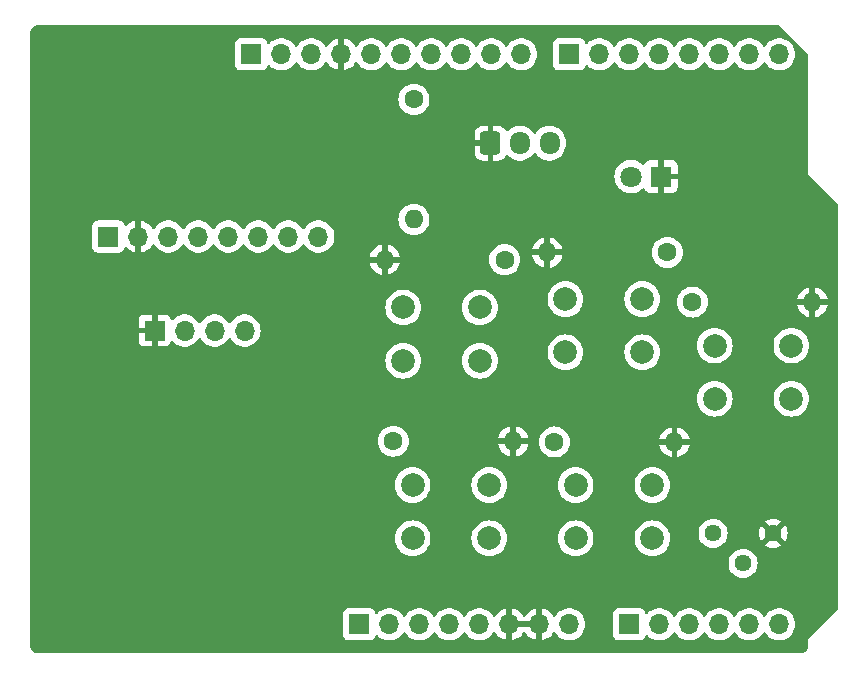
<source format=gbr>
%TF.GenerationSoftware,KiCad,Pcbnew,8.0.8*%
%TF.CreationDate,2025-02-03T18:53:19-07:00*%
%TF.ProjectId,Uno_Shield_ThermoPro,556e6f5f-5368-4696-956c-645f54686572,rev?*%
%TF.SameCoordinates,Original*%
%TF.FileFunction,Copper,L2,Bot*%
%TF.FilePolarity,Positive*%
%FSLAX46Y46*%
G04 Gerber Fmt 4.6, Leading zero omitted, Abs format (unit mm)*
G04 Created by KiCad (PCBNEW 8.0.8) date 2025-02-03 18:53:19*
%MOMM*%
%LPD*%
G01*
G04 APERTURE LIST*
G04 Aperture macros list*
%AMRoundRect*
0 Rectangle with rounded corners*
0 $1 Rounding radius*
0 $2 $3 $4 $5 $6 $7 $8 $9 X,Y pos of 4 corners*
0 Add a 4 corners polygon primitive as box body*
4,1,4,$2,$3,$4,$5,$6,$7,$8,$9,$2,$3,0*
0 Add four circle primitives for the rounded corners*
1,1,$1+$1,$2,$3*
1,1,$1+$1,$4,$5*
1,1,$1+$1,$6,$7*
1,1,$1+$1,$8,$9*
0 Add four rect primitives between the rounded corners*
20,1,$1+$1,$2,$3,$4,$5,0*
20,1,$1+$1,$4,$5,$6,$7,0*
20,1,$1+$1,$6,$7,$8,$9,0*
20,1,$1+$1,$8,$9,$2,$3,0*%
G04 Aperture macros list end*
%TA.AperFunction,ComponentPad*%
%ADD10R,1.700000X1.700000*%
%TD*%
%TA.AperFunction,ComponentPad*%
%ADD11O,1.700000X1.700000*%
%TD*%
%TA.AperFunction,ComponentPad*%
%ADD12C,2.000000*%
%TD*%
%TA.AperFunction,ComponentPad*%
%ADD13C,1.600000*%
%TD*%
%TA.AperFunction,ComponentPad*%
%ADD14O,1.600000X1.600000*%
%TD*%
%TA.AperFunction,ComponentPad*%
%ADD15C,1.440000*%
%TD*%
%TA.AperFunction,ComponentPad*%
%ADD16RoundRect,0.250000X-0.600000X-0.725000X0.600000X-0.725000X0.600000X0.725000X-0.600000X0.725000X0*%
%TD*%
%TA.AperFunction,ComponentPad*%
%ADD17O,1.700000X1.950000*%
%TD*%
%TA.AperFunction,ComponentPad*%
%ADD18R,1.800000X1.800000*%
%TD*%
%TA.AperFunction,ComponentPad*%
%ADD19C,1.800000*%
%TD*%
G04 APERTURE END LIST*
D10*
%TO.P,J1,1,Pin_1*%
%TO.N,unconnected-(J1-Pin_1-Pad1)*%
X127940000Y-97460000D03*
D11*
%TO.P,J1,2,Pin_2*%
%TO.N,unconnected-(J1-Pin_2-Pad2)*%
X130480000Y-97460000D03*
%TO.P,J1,3,Pin_3*%
%TO.N,unconnected-(J1-Pin_3-Pad3)*%
X133020000Y-97460000D03*
%TO.P,J1,4,Pin_4*%
%TO.N,+3V3*%
X135560000Y-97460000D03*
%TO.P,J1,5,Pin_5*%
%TO.N,+5V*%
X138100000Y-97460000D03*
%TO.P,J1,6,Pin_6*%
%TO.N,GND*%
X140640000Y-97460000D03*
%TO.P,J1,7,Pin_7*%
X143180000Y-97460000D03*
%TO.P,J1,8,Pin_8*%
%TO.N,VCC*%
X145720000Y-97460000D03*
%TD*%
D10*
%TO.P,J3,1,Pin_1*%
%TO.N,/temp_sensor*%
X150800000Y-97460000D03*
D11*
%TO.P,J3,2,Pin_2*%
%TO.N,unconnected-(J3-Pin_2-Pad2)*%
X153340000Y-97460000D03*
%TO.P,J3,3,Pin_3*%
%TO.N,unconnected-(J3-Pin_3-Pad3)*%
X155880000Y-97460000D03*
%TO.P,J3,4,Pin_4*%
%TO.N,unconnected-(J3-Pin_4-Pad4)*%
X158420000Y-97460000D03*
%TO.P,J3,5,Pin_5*%
%TO.N,unconnected-(J3-Pin_5-Pad5)*%
X160960000Y-97460000D03*
%TO.P,J3,6,Pin_6*%
%TO.N,unconnected-(J3-Pin_6-Pad6)*%
X163500000Y-97460000D03*
%TD*%
D10*
%TO.P,J2,1,Pin_1*%
%TO.N,/I2C_SCL*%
X118796000Y-49200000D03*
D11*
%TO.P,J2,2,Pin_2*%
%TO.N,/I2C_SDA*%
X121336000Y-49200000D03*
%TO.P,J2,3,Pin_3*%
%TO.N,unconnected-(J2-Pin_3-Pad3)*%
X123876000Y-49200000D03*
%TO.P,J2,4,Pin_4*%
%TO.N,GND*%
X126416000Y-49200000D03*
%TO.P,J2,5,Pin_5*%
%TO.N,unconnected-(J2-Pin_5-Pad5)*%
X128956000Y-49200000D03*
%TO.P,J2,6,Pin_6*%
%TO.N,unconnected-(J2-Pin_6-Pad6)*%
X131496000Y-49200000D03*
%TO.P,J2,7,Pin_7*%
%TO.N,unconnected-(J2-Pin_7-Pad7)*%
X134036000Y-49200000D03*
%TO.P,J2,8,Pin_8*%
%TO.N,unconnected-(J2-Pin_8-Pad8)*%
X136576000Y-49200000D03*
%TO.P,J2,9,Pin_9*%
%TO.N,/led_light*%
X139116000Y-49200000D03*
%TO.P,J2,10,Pin_10*%
%TO.N,/temp_digital*%
X141656000Y-49200000D03*
%TD*%
D10*
%TO.P,J4,1,Pin_1*%
%TO.N,unconnected-(J4-Pin_1-Pad1)*%
X145720000Y-49200000D03*
D11*
%TO.P,J4,2,Pin_2*%
%TO.N,/button_units*%
X148260000Y-49200000D03*
%TO.P,J4,3,Pin_3*%
%TO.N,/button_onoff*%
X150800000Y-49200000D03*
%TO.P,J4,4,Pin_4*%
%TO.N,/button_cal*%
X153340000Y-49200000D03*
%TO.P,J4,5,Pin_5*%
%TO.N,/button_lock*%
X155880000Y-49200000D03*
%TO.P,J4,6,Pin_6*%
%TO.N,/button_light*%
X158420000Y-49200000D03*
%TO.P,J4,7,Pin_7*%
%TO.N,unconnected-(J4-Pin_7-Pad7)*%
X160960000Y-49200000D03*
%TO.P,J4,8,Pin_8*%
%TO.N,unconnected-(J4-Pin_8-Pad8)*%
X163500000Y-49200000D03*
%TD*%
D12*
%TO.P,SW1,2,B*%
%TO.N,+5V*%
X151900000Y-74430000D03*
X145400000Y-74430000D03*
%TO.P,SW1,1,A*%
%TO.N,/button_onoff*%
X151900000Y-69930000D03*
X145400000Y-69930000D03*
%TD*%
%TO.P,SW5,1,A*%
%TO.N,/button_light*%
X146260000Y-85680000D03*
X152760000Y-85680000D03*
%TO.P,SW5,2,B*%
%TO.N,+5V*%
X146260000Y-90180000D03*
X152760000Y-90180000D03*
%TD*%
D13*
%TO.P,R6,1*%
%TO.N,/led_light*%
X132570000Y-53020000D03*
D14*
%TO.P,R6,2*%
%TO.N,Net-(D1-A)*%
X132570000Y-63180000D03*
%TD*%
D15*
%TO.P,RV1,1,1*%
%TO.N,+5V*%
X157900000Y-89760000D03*
%TO.P,RV1,2,2*%
%TO.N,/temp_sensor*%
X160440000Y-92300000D03*
%TO.P,RV1,3,3*%
%TO.N,GND*%
X162980000Y-89760000D03*
%TD*%
D10*
%TO.P,J6,1,Pin_1*%
%TO.N,GND*%
X110610000Y-72590000D03*
D11*
%TO.P,J6,2,Pin_2*%
%TO.N,+5V*%
X113150000Y-72590000D03*
%TO.P,J6,3,Pin_3*%
%TO.N,/I2C_SCL*%
X115690000Y-72590000D03*
%TO.P,J6,4,Pin_4*%
%TO.N,/I2C_SDA*%
X118230000Y-72590000D03*
%TD*%
D12*
%TO.P,SW2,1,A*%
%TO.N,/button_units*%
X131660000Y-70640000D03*
X138160000Y-70640000D03*
%TO.P,SW2,2,B*%
%TO.N,+5V*%
X131660000Y-75140000D03*
X138160000Y-75140000D03*
%TD*%
D10*
%TO.P,J5,1,Pin_1*%
%TO.N,+5V*%
X106700000Y-64630000D03*
D11*
%TO.P,J5,2,Pin_2*%
%TO.N,GND*%
X109240000Y-64630000D03*
%TO.P,J5,3,Pin_3*%
%TO.N,/I2C_SCL*%
X111780000Y-64630000D03*
%TO.P,J5,4,Pin_4*%
%TO.N,/I2C_SDA*%
X114320000Y-64630000D03*
%TO.P,J5,5,Pin_5*%
%TO.N,unconnected-(J5-Pin_5-Pad5)*%
X116860000Y-64630000D03*
%TO.P,J5,6,Pin_6*%
%TO.N,unconnected-(J5-Pin_6-Pad6)*%
X119400000Y-64630000D03*
%TO.P,J5,7,Pin_7*%
%TO.N,unconnected-(J5-Pin_7-Pad7)*%
X121940000Y-64630000D03*
%TO.P,J5,8,Pin_8*%
%TO.N,unconnected-(J5-Pin_8-Pad8)*%
X124480000Y-64630000D03*
%TD*%
D12*
%TO.P,SW3,1,A*%
%TO.N,/button_cal*%
X132450000Y-85670000D03*
X138950000Y-85670000D03*
%TO.P,SW3,2,B*%
%TO.N,+5V*%
X132450000Y-90170000D03*
X138950000Y-90170000D03*
%TD*%
D16*
%TO.P,J7,1,Pin_1*%
%TO.N,GND*%
X139050000Y-56725000D03*
D17*
%TO.P,J7,2,Pin_2*%
%TO.N,/temp_digital*%
X141550000Y-56725000D03*
%TO.P,J7,3,Pin_3*%
%TO.N,+5V*%
X144050000Y-56725000D03*
%TD*%
D18*
%TO.P,D1,1,K*%
%TO.N,GND*%
X153490000Y-59550000D03*
D19*
%TO.P,D1,2,A*%
%TO.N,Net-(D1-A)*%
X150950000Y-59550000D03*
%TD*%
D13*
%TO.P,R3,1*%
%TO.N,/button_cal*%
X130820000Y-81960000D03*
D14*
%TO.P,R3,2*%
%TO.N,GND*%
X140980000Y-81960000D03*
%TD*%
D13*
%TO.P,R2,1*%
%TO.N,/button_units*%
X140260000Y-66590000D03*
D14*
%TO.P,R2,2*%
%TO.N,GND*%
X130100000Y-66590000D03*
%TD*%
D12*
%TO.P,SW4,1,A*%
%TO.N,/button_lock*%
X158030000Y-73860000D03*
X164530000Y-73860000D03*
%TO.P,SW4,2,B*%
%TO.N,+5V*%
X158030000Y-78360000D03*
X164530000Y-78360000D03*
%TD*%
D13*
%TO.P,R5,1*%
%TO.N,/button_light*%
X144470000Y-82030000D03*
D14*
%TO.P,R5,2*%
%TO.N,GND*%
X154630000Y-82030000D03*
%TD*%
D13*
%TO.P,R4,1*%
%TO.N,/button_lock*%
X156150000Y-70180000D03*
D14*
%TO.P,R4,2*%
%TO.N,GND*%
X166310000Y-70180000D03*
%TD*%
D13*
%TO.P,R1,1*%
%TO.N,/button_onoff*%
X154020000Y-65980000D03*
D14*
%TO.P,R1,2*%
%TO.N,GND*%
X143860000Y-65980000D03*
%TD*%
%TA.AperFunction,Conductor*%
%TO.N,GND*%
G36*
X142714075Y-97267007D02*
G01*
X142680000Y-97394174D01*
X142680000Y-97525826D01*
X142714075Y-97652993D01*
X142746988Y-97710000D01*
X141073012Y-97710000D01*
X141105925Y-97652993D01*
X141140000Y-97525826D01*
X141140000Y-97394174D01*
X141105925Y-97267007D01*
X141073012Y-97210000D01*
X142746988Y-97210000D01*
X142714075Y-97267007D01*
G37*
%TD.AperFunction*%
%TA.AperFunction,Conductor*%
G36*
X163484404Y-46755185D02*
G01*
X163505046Y-46771819D01*
X165928181Y-49194954D01*
X165961666Y-49256277D01*
X165964500Y-49282635D01*
X165964500Y-59344982D01*
X165964500Y-59375018D01*
X165975994Y-59402767D01*
X165975995Y-59402768D01*
X168468181Y-61894954D01*
X168501666Y-61956277D01*
X168504500Y-61982635D01*
X168504500Y-96107364D01*
X168484815Y-96174403D01*
X168468181Y-96195045D01*
X165997233Y-98665994D01*
X165975995Y-98687231D01*
X165964500Y-98714982D01*
X165964500Y-99231907D01*
X165963903Y-99244062D01*
X165952505Y-99359778D01*
X165947763Y-99383618D01*
X165917832Y-99482290D01*
X165915789Y-99489024D01*
X165906486Y-99511482D01*
X165854561Y-99608627D01*
X165841056Y-99628839D01*
X165771176Y-99713988D01*
X165753988Y-99731176D01*
X165668839Y-99801056D01*
X165648627Y-99814561D01*
X165551482Y-99866486D01*
X165529028Y-99875787D01*
X165487028Y-99888528D01*
X165423618Y-99907763D01*
X165399778Y-99912505D01*
X165291162Y-99923203D01*
X165284060Y-99923903D01*
X165271907Y-99924500D01*
X100768093Y-99924500D01*
X100755939Y-99923903D01*
X100747995Y-99923120D01*
X100640221Y-99912505D01*
X100616381Y-99907763D01*
X100599445Y-99902625D01*
X100510968Y-99875786D01*
X100488517Y-99866486D01*
X100391372Y-99814561D01*
X100371160Y-99801056D01*
X100286011Y-99731176D01*
X100268823Y-99713988D01*
X100198943Y-99628839D01*
X100185438Y-99608627D01*
X100133510Y-99511476D01*
X100124215Y-99489037D01*
X100092234Y-99383612D01*
X100087494Y-99359777D01*
X100076097Y-99244061D01*
X100075500Y-99231907D01*
X100075500Y-96561345D01*
X126581500Y-96561345D01*
X126581500Y-98358654D01*
X126588011Y-98419202D01*
X126588011Y-98419204D01*
X126639111Y-98556204D01*
X126726739Y-98673261D01*
X126843796Y-98760889D01*
X126980799Y-98811989D01*
X127008050Y-98814918D01*
X127041345Y-98818499D01*
X127041362Y-98818500D01*
X128838638Y-98818500D01*
X128838654Y-98818499D01*
X128865692Y-98815591D01*
X128899201Y-98811989D01*
X129036204Y-98760889D01*
X129153261Y-98673261D01*
X129240889Y-98556204D01*
X129286138Y-98434887D01*
X129328009Y-98378956D01*
X129393474Y-98354539D01*
X129461746Y-98369391D01*
X129493545Y-98394236D01*
X129556760Y-98462906D01*
X129734424Y-98601189D01*
X129734425Y-98601189D01*
X129734427Y-98601191D01*
X129861135Y-98669761D01*
X129932426Y-98708342D01*
X130145365Y-98781444D01*
X130367431Y-98818500D01*
X130592569Y-98818500D01*
X130814635Y-98781444D01*
X131027574Y-98708342D01*
X131225576Y-98601189D01*
X131403240Y-98462906D01*
X131524594Y-98331082D01*
X131555715Y-98297276D01*
X131555715Y-98297275D01*
X131555722Y-98297268D01*
X131646193Y-98158790D01*
X131699338Y-98113437D01*
X131768569Y-98104013D01*
X131831905Y-98133515D01*
X131853804Y-98158787D01*
X131944278Y-98297268D01*
X131944283Y-98297273D01*
X131944284Y-98297276D01*
X132070968Y-98434889D01*
X132096760Y-98462906D01*
X132274424Y-98601189D01*
X132274425Y-98601189D01*
X132274427Y-98601191D01*
X132401135Y-98669761D01*
X132472426Y-98708342D01*
X132685365Y-98781444D01*
X132907431Y-98818500D01*
X133132569Y-98818500D01*
X133354635Y-98781444D01*
X133567574Y-98708342D01*
X133765576Y-98601189D01*
X133943240Y-98462906D01*
X134064594Y-98331082D01*
X134095715Y-98297276D01*
X134095715Y-98297275D01*
X134095722Y-98297268D01*
X134186193Y-98158790D01*
X134239338Y-98113437D01*
X134308569Y-98104013D01*
X134371905Y-98133515D01*
X134393804Y-98158787D01*
X134484278Y-98297268D01*
X134484283Y-98297273D01*
X134484284Y-98297276D01*
X134610968Y-98434889D01*
X134636760Y-98462906D01*
X134814424Y-98601189D01*
X134814425Y-98601189D01*
X134814427Y-98601191D01*
X134941135Y-98669761D01*
X135012426Y-98708342D01*
X135225365Y-98781444D01*
X135447431Y-98818500D01*
X135672569Y-98818500D01*
X135894635Y-98781444D01*
X136107574Y-98708342D01*
X136305576Y-98601189D01*
X136483240Y-98462906D01*
X136604594Y-98331082D01*
X136635715Y-98297276D01*
X136635715Y-98297275D01*
X136635722Y-98297268D01*
X136726193Y-98158790D01*
X136779338Y-98113437D01*
X136848569Y-98104013D01*
X136911905Y-98133515D01*
X136933804Y-98158787D01*
X137024278Y-98297268D01*
X137024283Y-98297273D01*
X137024284Y-98297276D01*
X137150968Y-98434889D01*
X137176760Y-98462906D01*
X137354424Y-98601189D01*
X137354425Y-98601189D01*
X137354427Y-98601191D01*
X137481135Y-98669761D01*
X137552426Y-98708342D01*
X137765365Y-98781444D01*
X137987431Y-98818500D01*
X138212569Y-98818500D01*
X138434635Y-98781444D01*
X138647574Y-98708342D01*
X138845576Y-98601189D01*
X139023240Y-98462906D01*
X139144594Y-98331082D01*
X139175715Y-98297276D01*
X139175715Y-98297275D01*
X139175722Y-98297268D01*
X139269749Y-98153347D01*
X139322894Y-98107994D01*
X139392125Y-98098570D01*
X139455461Y-98128072D01*
X139475130Y-98150048D01*
X139601890Y-98331078D01*
X139768917Y-98498105D01*
X139962421Y-98633600D01*
X140176507Y-98733429D01*
X140176516Y-98733433D01*
X140390000Y-98790634D01*
X140390000Y-97893012D01*
X140447007Y-97925925D01*
X140574174Y-97960000D01*
X140705826Y-97960000D01*
X140832993Y-97925925D01*
X140890000Y-97893012D01*
X140890000Y-98790633D01*
X141103483Y-98733433D01*
X141103492Y-98733429D01*
X141317578Y-98633600D01*
X141511082Y-98498105D01*
X141678105Y-98331082D01*
X141808425Y-98144968D01*
X141863002Y-98101344D01*
X141932501Y-98094151D01*
X141994855Y-98125673D01*
X142011575Y-98144968D01*
X142141894Y-98331082D01*
X142308917Y-98498105D01*
X142502421Y-98633600D01*
X142716507Y-98733429D01*
X142716516Y-98733433D01*
X142930000Y-98790634D01*
X142930000Y-97893012D01*
X142987007Y-97925925D01*
X143114174Y-97960000D01*
X143245826Y-97960000D01*
X143372993Y-97925925D01*
X143430000Y-97893012D01*
X143430000Y-98790633D01*
X143643483Y-98733433D01*
X143643492Y-98733429D01*
X143857578Y-98633600D01*
X144051082Y-98498105D01*
X144218105Y-98331082D01*
X144344868Y-98150048D01*
X144399445Y-98106423D01*
X144468944Y-98099231D01*
X144531298Y-98130753D01*
X144550251Y-98153350D01*
X144644276Y-98297265D01*
X144644284Y-98297276D01*
X144770968Y-98434889D01*
X144796760Y-98462906D01*
X144974424Y-98601189D01*
X144974425Y-98601189D01*
X144974427Y-98601191D01*
X145101135Y-98669761D01*
X145172426Y-98708342D01*
X145385365Y-98781444D01*
X145607431Y-98818500D01*
X145832569Y-98818500D01*
X146054635Y-98781444D01*
X146267574Y-98708342D01*
X146465576Y-98601189D01*
X146643240Y-98462906D01*
X146764594Y-98331082D01*
X146795715Y-98297276D01*
X146795717Y-98297273D01*
X146795722Y-98297268D01*
X146918860Y-98108791D01*
X147009296Y-97902616D01*
X147064564Y-97684368D01*
X147067164Y-97652993D01*
X147083156Y-97460005D01*
X147083156Y-97459994D01*
X147064565Y-97235640D01*
X147064563Y-97235628D01*
X147009296Y-97017385D01*
X146999071Y-96994075D01*
X146918860Y-96811209D01*
X146902706Y-96786484D01*
X146795723Y-96622734D01*
X146795715Y-96622723D01*
X146739212Y-96561345D01*
X149441500Y-96561345D01*
X149441500Y-98358654D01*
X149448011Y-98419202D01*
X149448011Y-98419204D01*
X149499111Y-98556204D01*
X149586739Y-98673261D01*
X149703796Y-98760889D01*
X149840799Y-98811989D01*
X149868050Y-98814918D01*
X149901345Y-98818499D01*
X149901362Y-98818500D01*
X151698638Y-98818500D01*
X151698654Y-98818499D01*
X151725692Y-98815591D01*
X151759201Y-98811989D01*
X151896204Y-98760889D01*
X152013261Y-98673261D01*
X152100889Y-98556204D01*
X152146138Y-98434887D01*
X152188009Y-98378956D01*
X152253474Y-98354539D01*
X152321746Y-98369391D01*
X152353545Y-98394236D01*
X152416760Y-98462906D01*
X152594424Y-98601189D01*
X152594425Y-98601189D01*
X152594427Y-98601191D01*
X152721135Y-98669761D01*
X152792426Y-98708342D01*
X153005365Y-98781444D01*
X153227431Y-98818500D01*
X153452569Y-98818500D01*
X153674635Y-98781444D01*
X153887574Y-98708342D01*
X154085576Y-98601189D01*
X154263240Y-98462906D01*
X154384594Y-98331082D01*
X154415715Y-98297276D01*
X154415715Y-98297275D01*
X154415722Y-98297268D01*
X154506193Y-98158790D01*
X154559338Y-98113437D01*
X154628569Y-98104013D01*
X154691905Y-98133515D01*
X154713804Y-98158787D01*
X154804278Y-98297268D01*
X154804283Y-98297273D01*
X154804284Y-98297276D01*
X154930968Y-98434889D01*
X154956760Y-98462906D01*
X155134424Y-98601189D01*
X155134425Y-98601189D01*
X155134427Y-98601191D01*
X155261135Y-98669761D01*
X155332426Y-98708342D01*
X155545365Y-98781444D01*
X155767431Y-98818500D01*
X155992569Y-98818500D01*
X156214635Y-98781444D01*
X156427574Y-98708342D01*
X156625576Y-98601189D01*
X156803240Y-98462906D01*
X156924594Y-98331082D01*
X156955715Y-98297276D01*
X156955715Y-98297275D01*
X156955722Y-98297268D01*
X157046193Y-98158790D01*
X157099338Y-98113437D01*
X157168569Y-98104013D01*
X157231905Y-98133515D01*
X157253804Y-98158787D01*
X157344278Y-98297268D01*
X157344283Y-98297273D01*
X157344284Y-98297276D01*
X157470968Y-98434889D01*
X157496760Y-98462906D01*
X157674424Y-98601189D01*
X157674425Y-98601189D01*
X157674427Y-98601191D01*
X157801135Y-98669761D01*
X157872426Y-98708342D01*
X158085365Y-98781444D01*
X158307431Y-98818500D01*
X158532569Y-98818500D01*
X158754635Y-98781444D01*
X158967574Y-98708342D01*
X159165576Y-98601189D01*
X159343240Y-98462906D01*
X159464594Y-98331082D01*
X159495715Y-98297276D01*
X159495715Y-98297275D01*
X159495722Y-98297268D01*
X159586193Y-98158790D01*
X159639338Y-98113437D01*
X159708569Y-98104013D01*
X159771905Y-98133515D01*
X159793804Y-98158787D01*
X159884278Y-98297268D01*
X159884283Y-98297273D01*
X159884284Y-98297276D01*
X160010968Y-98434889D01*
X160036760Y-98462906D01*
X160214424Y-98601189D01*
X160214425Y-98601189D01*
X160214427Y-98601191D01*
X160341135Y-98669761D01*
X160412426Y-98708342D01*
X160625365Y-98781444D01*
X160847431Y-98818500D01*
X161072569Y-98818500D01*
X161294635Y-98781444D01*
X161507574Y-98708342D01*
X161705576Y-98601189D01*
X161883240Y-98462906D01*
X162004594Y-98331082D01*
X162035715Y-98297276D01*
X162035715Y-98297275D01*
X162035722Y-98297268D01*
X162126193Y-98158790D01*
X162179338Y-98113437D01*
X162248569Y-98104013D01*
X162311905Y-98133515D01*
X162333804Y-98158787D01*
X162424278Y-98297268D01*
X162424283Y-98297273D01*
X162424284Y-98297276D01*
X162550968Y-98434889D01*
X162576760Y-98462906D01*
X162754424Y-98601189D01*
X162754425Y-98601189D01*
X162754427Y-98601191D01*
X162881135Y-98669761D01*
X162952426Y-98708342D01*
X163165365Y-98781444D01*
X163387431Y-98818500D01*
X163612569Y-98818500D01*
X163834635Y-98781444D01*
X164047574Y-98708342D01*
X164245576Y-98601189D01*
X164423240Y-98462906D01*
X164544594Y-98331082D01*
X164575715Y-98297276D01*
X164575717Y-98297273D01*
X164575722Y-98297268D01*
X164698860Y-98108791D01*
X164789296Y-97902616D01*
X164844564Y-97684368D01*
X164847164Y-97652993D01*
X164863156Y-97460005D01*
X164863156Y-97459994D01*
X164844565Y-97235640D01*
X164844563Y-97235628D01*
X164789296Y-97017385D01*
X164779071Y-96994075D01*
X164698860Y-96811209D01*
X164682706Y-96786484D01*
X164575723Y-96622734D01*
X164575715Y-96622723D01*
X164423243Y-96457097D01*
X164423238Y-96457092D01*
X164245577Y-96318812D01*
X164245572Y-96318808D01*
X164047580Y-96211661D01*
X164047577Y-96211659D01*
X164047574Y-96211658D01*
X164047571Y-96211657D01*
X164047569Y-96211656D01*
X163834637Y-96138556D01*
X163612569Y-96101500D01*
X163387431Y-96101500D01*
X163165362Y-96138556D01*
X162952430Y-96211656D01*
X162952419Y-96211661D01*
X162754427Y-96318808D01*
X162754422Y-96318812D01*
X162576761Y-96457092D01*
X162576756Y-96457097D01*
X162424284Y-96622723D01*
X162424276Y-96622734D01*
X162333808Y-96761206D01*
X162280662Y-96806562D01*
X162211431Y-96815986D01*
X162148095Y-96786484D01*
X162126192Y-96761206D01*
X162035723Y-96622734D01*
X162035715Y-96622723D01*
X161883243Y-96457097D01*
X161883238Y-96457092D01*
X161705577Y-96318812D01*
X161705572Y-96318808D01*
X161507580Y-96211661D01*
X161507577Y-96211659D01*
X161507574Y-96211658D01*
X161507571Y-96211657D01*
X161507569Y-96211656D01*
X161294637Y-96138556D01*
X161072569Y-96101500D01*
X160847431Y-96101500D01*
X160625362Y-96138556D01*
X160412430Y-96211656D01*
X160412419Y-96211661D01*
X160214427Y-96318808D01*
X160214422Y-96318812D01*
X160036761Y-96457092D01*
X160036756Y-96457097D01*
X159884284Y-96622723D01*
X159884276Y-96622734D01*
X159793808Y-96761206D01*
X159740662Y-96806562D01*
X159671431Y-96815986D01*
X159608095Y-96786484D01*
X159586192Y-96761206D01*
X159495723Y-96622734D01*
X159495715Y-96622723D01*
X159343243Y-96457097D01*
X159343238Y-96457092D01*
X159165577Y-96318812D01*
X159165572Y-96318808D01*
X158967580Y-96211661D01*
X158967577Y-96211659D01*
X158967574Y-96211658D01*
X158967571Y-96211657D01*
X158967569Y-96211656D01*
X158754637Y-96138556D01*
X158532569Y-96101500D01*
X158307431Y-96101500D01*
X158085362Y-96138556D01*
X157872430Y-96211656D01*
X157872419Y-96211661D01*
X157674427Y-96318808D01*
X157674422Y-96318812D01*
X157496761Y-96457092D01*
X157496756Y-96457097D01*
X157344284Y-96622723D01*
X157344276Y-96622734D01*
X157253808Y-96761206D01*
X157200662Y-96806562D01*
X157131431Y-96815986D01*
X157068095Y-96786484D01*
X157046192Y-96761206D01*
X156955723Y-96622734D01*
X156955715Y-96622723D01*
X156803243Y-96457097D01*
X156803238Y-96457092D01*
X156625577Y-96318812D01*
X156625572Y-96318808D01*
X156427580Y-96211661D01*
X156427577Y-96211659D01*
X156427574Y-96211658D01*
X156427571Y-96211657D01*
X156427569Y-96211656D01*
X156214637Y-96138556D01*
X155992569Y-96101500D01*
X155767431Y-96101500D01*
X155545362Y-96138556D01*
X155332430Y-96211656D01*
X155332419Y-96211661D01*
X155134427Y-96318808D01*
X155134422Y-96318812D01*
X154956761Y-96457092D01*
X154956756Y-96457097D01*
X154804284Y-96622723D01*
X154804276Y-96622734D01*
X154713808Y-96761206D01*
X154660662Y-96806562D01*
X154591431Y-96815986D01*
X154528095Y-96786484D01*
X154506192Y-96761206D01*
X154415723Y-96622734D01*
X154415715Y-96622723D01*
X154263243Y-96457097D01*
X154263238Y-96457092D01*
X154085577Y-96318812D01*
X154085572Y-96318808D01*
X153887580Y-96211661D01*
X153887577Y-96211659D01*
X153887574Y-96211658D01*
X153887571Y-96211657D01*
X153887569Y-96211656D01*
X153674637Y-96138556D01*
X153452569Y-96101500D01*
X153227431Y-96101500D01*
X153005362Y-96138556D01*
X152792430Y-96211656D01*
X152792419Y-96211661D01*
X152594427Y-96318808D01*
X152594422Y-96318812D01*
X152416761Y-96457092D01*
X152353548Y-96525760D01*
X152293661Y-96561750D01*
X152223823Y-96559649D01*
X152166207Y-96520124D01*
X152146138Y-96485110D01*
X152100889Y-96363796D01*
X152067214Y-96318812D01*
X152013261Y-96246739D01*
X151896204Y-96159111D01*
X151895172Y-96158726D01*
X151759203Y-96108011D01*
X151698654Y-96101500D01*
X151698638Y-96101500D01*
X149901362Y-96101500D01*
X149901345Y-96101500D01*
X149840797Y-96108011D01*
X149840795Y-96108011D01*
X149703795Y-96159111D01*
X149586739Y-96246739D01*
X149499111Y-96363795D01*
X149448011Y-96500795D01*
X149448011Y-96500797D01*
X149441500Y-96561345D01*
X146739212Y-96561345D01*
X146643243Y-96457097D01*
X146643238Y-96457092D01*
X146465577Y-96318812D01*
X146465572Y-96318808D01*
X146267580Y-96211661D01*
X146267577Y-96211659D01*
X146267574Y-96211658D01*
X146267571Y-96211657D01*
X146267569Y-96211656D01*
X146054637Y-96138556D01*
X145832569Y-96101500D01*
X145607431Y-96101500D01*
X145385362Y-96138556D01*
X145172430Y-96211656D01*
X145172419Y-96211661D01*
X144974427Y-96318808D01*
X144974422Y-96318812D01*
X144796761Y-96457092D01*
X144796756Y-96457097D01*
X144644284Y-96622723D01*
X144644276Y-96622734D01*
X144550251Y-96766650D01*
X144497105Y-96812007D01*
X144427873Y-96821430D01*
X144364538Y-96791928D01*
X144344868Y-96769951D01*
X144218113Y-96588926D01*
X144218108Y-96588920D01*
X144051082Y-96421894D01*
X143857578Y-96286399D01*
X143643492Y-96186570D01*
X143643486Y-96186567D01*
X143430000Y-96129364D01*
X143430000Y-97026988D01*
X143372993Y-96994075D01*
X143245826Y-96960000D01*
X143114174Y-96960000D01*
X142987007Y-96994075D01*
X142930000Y-97026988D01*
X142930000Y-96129364D01*
X142929999Y-96129364D01*
X142716513Y-96186567D01*
X142716507Y-96186570D01*
X142502422Y-96286399D01*
X142502420Y-96286400D01*
X142308926Y-96421886D01*
X142308920Y-96421891D01*
X142141891Y-96588920D01*
X142141890Y-96588922D01*
X142011575Y-96775031D01*
X141956998Y-96818655D01*
X141887499Y-96825848D01*
X141825145Y-96794326D01*
X141808425Y-96775031D01*
X141678109Y-96588922D01*
X141678108Y-96588920D01*
X141511082Y-96421894D01*
X141317578Y-96286399D01*
X141103492Y-96186570D01*
X141103486Y-96186567D01*
X140890000Y-96129364D01*
X140890000Y-97026988D01*
X140832993Y-96994075D01*
X140705826Y-96960000D01*
X140574174Y-96960000D01*
X140447007Y-96994075D01*
X140390000Y-97026988D01*
X140390000Y-96129364D01*
X140389999Y-96129364D01*
X140176513Y-96186567D01*
X140176507Y-96186570D01*
X139962422Y-96286399D01*
X139962420Y-96286400D01*
X139768926Y-96421886D01*
X139768920Y-96421891D01*
X139601891Y-96588920D01*
X139601890Y-96588922D01*
X139475131Y-96769952D01*
X139420554Y-96813577D01*
X139351055Y-96820769D01*
X139288701Y-96789247D01*
X139269752Y-96766656D01*
X139175722Y-96622732D01*
X139175715Y-96622725D01*
X139175715Y-96622723D01*
X139023243Y-96457097D01*
X139023238Y-96457092D01*
X138845577Y-96318812D01*
X138845572Y-96318808D01*
X138647580Y-96211661D01*
X138647577Y-96211659D01*
X138647574Y-96211658D01*
X138647571Y-96211657D01*
X138647569Y-96211656D01*
X138434637Y-96138556D01*
X138212569Y-96101500D01*
X137987431Y-96101500D01*
X137765362Y-96138556D01*
X137552430Y-96211656D01*
X137552419Y-96211661D01*
X137354427Y-96318808D01*
X137354422Y-96318812D01*
X137176761Y-96457092D01*
X137176756Y-96457097D01*
X137024284Y-96622723D01*
X137024276Y-96622734D01*
X136933808Y-96761206D01*
X136880662Y-96806562D01*
X136811431Y-96815986D01*
X136748095Y-96786484D01*
X136726192Y-96761206D01*
X136635723Y-96622734D01*
X136635715Y-96622723D01*
X136483243Y-96457097D01*
X136483238Y-96457092D01*
X136305577Y-96318812D01*
X136305572Y-96318808D01*
X136107580Y-96211661D01*
X136107577Y-96211659D01*
X136107574Y-96211658D01*
X136107571Y-96211657D01*
X136107569Y-96211656D01*
X135894637Y-96138556D01*
X135672569Y-96101500D01*
X135447431Y-96101500D01*
X135225362Y-96138556D01*
X135012430Y-96211656D01*
X135012419Y-96211661D01*
X134814427Y-96318808D01*
X134814422Y-96318812D01*
X134636761Y-96457092D01*
X134636756Y-96457097D01*
X134484284Y-96622723D01*
X134484276Y-96622734D01*
X134393808Y-96761206D01*
X134340662Y-96806562D01*
X134271431Y-96815986D01*
X134208095Y-96786484D01*
X134186192Y-96761206D01*
X134095723Y-96622734D01*
X134095715Y-96622723D01*
X133943243Y-96457097D01*
X133943238Y-96457092D01*
X133765577Y-96318812D01*
X133765572Y-96318808D01*
X133567580Y-96211661D01*
X133567577Y-96211659D01*
X133567574Y-96211658D01*
X133567571Y-96211657D01*
X133567569Y-96211656D01*
X133354637Y-96138556D01*
X133132569Y-96101500D01*
X132907431Y-96101500D01*
X132685362Y-96138556D01*
X132472430Y-96211656D01*
X132472419Y-96211661D01*
X132274427Y-96318808D01*
X132274422Y-96318812D01*
X132096761Y-96457092D01*
X132096756Y-96457097D01*
X131944284Y-96622723D01*
X131944276Y-96622734D01*
X131853808Y-96761206D01*
X131800662Y-96806562D01*
X131731431Y-96815986D01*
X131668095Y-96786484D01*
X131646192Y-96761206D01*
X131555723Y-96622734D01*
X131555715Y-96622723D01*
X131403243Y-96457097D01*
X131403238Y-96457092D01*
X131225577Y-96318812D01*
X131225572Y-96318808D01*
X131027580Y-96211661D01*
X131027577Y-96211659D01*
X131027574Y-96211658D01*
X131027571Y-96211657D01*
X131027569Y-96211656D01*
X130814637Y-96138556D01*
X130592569Y-96101500D01*
X130367431Y-96101500D01*
X130145362Y-96138556D01*
X129932430Y-96211656D01*
X129932419Y-96211661D01*
X129734427Y-96318808D01*
X129734422Y-96318812D01*
X129556761Y-96457092D01*
X129493548Y-96525760D01*
X129433661Y-96561750D01*
X129363823Y-96559649D01*
X129306207Y-96520124D01*
X129286138Y-96485110D01*
X129240889Y-96363796D01*
X129207214Y-96318812D01*
X129153261Y-96246739D01*
X129036204Y-96159111D01*
X129035172Y-96158726D01*
X128899203Y-96108011D01*
X128838654Y-96101500D01*
X128838638Y-96101500D01*
X127041362Y-96101500D01*
X127041345Y-96101500D01*
X126980797Y-96108011D01*
X126980795Y-96108011D01*
X126843795Y-96159111D01*
X126726739Y-96246739D01*
X126639111Y-96363795D01*
X126588011Y-96500795D01*
X126588011Y-96500797D01*
X126581500Y-96561345D01*
X100075500Y-96561345D01*
X100075500Y-92299998D01*
X159206807Y-92299998D01*
X159206807Y-92300001D01*
X159225541Y-92514136D01*
X159225542Y-92514144D01*
X159281176Y-92721772D01*
X159281177Y-92721774D01*
X159281178Y-92721777D01*
X159372024Y-92916597D01*
X159372026Y-92916601D01*
X159495319Y-93092682D01*
X159647317Y-93244680D01*
X159823398Y-93367973D01*
X159823400Y-93367974D01*
X159823403Y-93367976D01*
X160018223Y-93458822D01*
X160225858Y-93514458D01*
X160378816Y-93527840D01*
X160439998Y-93533193D01*
X160440000Y-93533193D01*
X160440002Y-93533193D01*
X160493535Y-93528509D01*
X160654142Y-93514458D01*
X160861777Y-93458822D01*
X161056597Y-93367976D01*
X161232681Y-93244681D01*
X161384681Y-93092681D01*
X161507976Y-92916597D01*
X161598822Y-92721777D01*
X161654458Y-92514142D01*
X161673193Y-92300000D01*
X161654458Y-92085858D01*
X161598822Y-91878223D01*
X161507976Y-91683404D01*
X161384681Y-91507319D01*
X161384679Y-91507316D01*
X161232682Y-91355319D01*
X161056601Y-91232026D01*
X161056597Y-91232024D01*
X161056595Y-91232023D01*
X160861777Y-91141178D01*
X160861774Y-91141177D01*
X160861772Y-91141176D01*
X160654144Y-91085542D01*
X160654136Y-91085541D01*
X160440002Y-91066807D01*
X160439998Y-91066807D01*
X160225863Y-91085541D01*
X160225855Y-91085542D01*
X160018227Y-91141176D01*
X160018221Y-91141179D01*
X159823405Y-91232023D01*
X159823403Y-91232024D01*
X159647316Y-91355320D01*
X159495320Y-91507316D01*
X159372024Y-91683403D01*
X159372023Y-91683405D01*
X159281179Y-91878221D01*
X159281176Y-91878227D01*
X159225542Y-92085855D01*
X159225541Y-92085863D01*
X159206807Y-92299998D01*
X100075500Y-92299998D01*
X100075500Y-90170000D01*
X130936835Y-90170000D01*
X130955465Y-90406714D01*
X131010895Y-90637595D01*
X131010895Y-90637597D01*
X131101757Y-90856959D01*
X131101759Y-90856962D01*
X131225820Y-91059410D01*
X131225821Y-91059413D01*
X131278076Y-91120596D01*
X131380031Y-91239969D01*
X131515088Y-91355319D01*
X131560586Y-91394178D01*
X131560588Y-91394178D01*
X131576906Y-91404178D01*
X131763037Y-91518240D01*
X131763040Y-91518242D01*
X131982403Y-91609104D01*
X131982404Y-91609104D01*
X131982406Y-91609105D01*
X132213289Y-91664535D01*
X132450000Y-91683165D01*
X132686711Y-91664535D01*
X132917594Y-91609105D01*
X132917596Y-91609104D01*
X132917597Y-91609104D01*
X133136959Y-91518242D01*
X133136960Y-91518241D01*
X133136963Y-91518240D01*
X133339416Y-91394176D01*
X133519969Y-91239969D01*
X133674176Y-91059416D01*
X133798240Y-90856963D01*
X133813310Y-90820582D01*
X133889104Y-90637597D01*
X133889104Y-90637596D01*
X133889105Y-90637594D01*
X133944535Y-90406711D01*
X133963165Y-90170000D01*
X137436835Y-90170000D01*
X137455465Y-90406714D01*
X137510895Y-90637595D01*
X137510895Y-90637597D01*
X137601757Y-90856959D01*
X137601759Y-90856962D01*
X137725820Y-91059410D01*
X137725821Y-91059413D01*
X137778076Y-91120596D01*
X137880031Y-91239969D01*
X138015088Y-91355319D01*
X138060586Y-91394178D01*
X138060588Y-91394178D01*
X138076906Y-91404178D01*
X138263037Y-91518240D01*
X138263040Y-91518242D01*
X138482403Y-91609104D01*
X138482404Y-91609104D01*
X138482406Y-91609105D01*
X138713289Y-91664535D01*
X138950000Y-91683165D01*
X139186711Y-91664535D01*
X139417594Y-91609105D01*
X139417596Y-91609104D01*
X139417597Y-91609104D01*
X139636959Y-91518242D01*
X139636960Y-91518241D01*
X139636963Y-91518240D01*
X139839416Y-91394176D01*
X140019969Y-91239969D01*
X140174176Y-91059416D01*
X140298240Y-90856963D01*
X140313310Y-90820582D01*
X140389104Y-90637597D01*
X140389104Y-90637596D01*
X140389105Y-90637594D01*
X140444535Y-90406711D01*
X140462378Y-90180000D01*
X144746835Y-90180000D01*
X144765465Y-90416714D01*
X144820895Y-90647595D01*
X144820895Y-90647597D01*
X144911757Y-90866959D01*
X144911759Y-90866962D01*
X145035820Y-91069410D01*
X145035821Y-91069413D01*
X145035824Y-91069416D01*
X145190031Y-91249969D01*
X145313380Y-91355319D01*
X145370586Y-91404178D01*
X145370589Y-91404179D01*
X145573037Y-91528240D01*
X145573040Y-91528242D01*
X145792403Y-91619104D01*
X145792404Y-91619104D01*
X145792406Y-91619105D01*
X146023289Y-91674535D01*
X146260000Y-91693165D01*
X146496711Y-91674535D01*
X146727594Y-91619105D01*
X146727596Y-91619104D01*
X146727597Y-91619104D01*
X146946959Y-91528242D01*
X146946960Y-91528241D01*
X146946963Y-91528240D01*
X147149416Y-91404176D01*
X147329969Y-91249969D01*
X147484176Y-91069416D01*
X147608240Y-90866963D01*
X147624390Y-90827975D01*
X147699104Y-90647597D01*
X147699104Y-90647596D01*
X147699105Y-90647594D01*
X147754535Y-90416711D01*
X147773165Y-90180000D01*
X151246835Y-90180000D01*
X151265465Y-90416714D01*
X151320895Y-90647595D01*
X151320895Y-90647597D01*
X151411757Y-90866959D01*
X151411759Y-90866962D01*
X151535820Y-91069410D01*
X151535821Y-91069413D01*
X151535824Y-91069416D01*
X151690031Y-91249969D01*
X151813380Y-91355319D01*
X151870586Y-91404178D01*
X151870589Y-91404179D01*
X152073037Y-91528240D01*
X152073040Y-91528242D01*
X152292403Y-91619104D01*
X152292404Y-91619104D01*
X152292406Y-91619105D01*
X152523289Y-91674535D01*
X152760000Y-91693165D01*
X152996711Y-91674535D01*
X153227594Y-91619105D01*
X153227596Y-91619104D01*
X153227597Y-91619104D01*
X153446959Y-91528242D01*
X153446960Y-91528241D01*
X153446963Y-91528240D01*
X153649416Y-91404176D01*
X153829969Y-91249969D01*
X153984176Y-91069416D01*
X154108240Y-90866963D01*
X154124390Y-90827975D01*
X154199104Y-90647597D01*
X154199104Y-90647596D01*
X154199105Y-90647594D01*
X154254535Y-90416711D01*
X154273165Y-90180000D01*
X154254535Y-89943289D01*
X154210531Y-89759998D01*
X156666807Y-89759998D01*
X156666807Y-89760001D01*
X156685541Y-89974136D01*
X156685542Y-89974144D01*
X156741176Y-90181772D01*
X156741177Y-90181774D01*
X156741178Y-90181777D01*
X156830032Y-90372325D01*
X156832024Y-90376597D01*
X156832026Y-90376601D01*
X156955319Y-90552682D01*
X157107317Y-90704680D01*
X157283398Y-90827973D01*
X157283400Y-90827974D01*
X157283403Y-90827976D01*
X157478223Y-90918822D01*
X157685858Y-90974458D01*
X157838816Y-90987840D01*
X157899998Y-90993193D01*
X157900000Y-90993193D01*
X157900002Y-90993193D01*
X157953535Y-90988509D01*
X158114142Y-90974458D01*
X158321777Y-90918822D01*
X158516597Y-90827976D01*
X158692681Y-90704681D01*
X158844681Y-90552681D01*
X158967976Y-90376597D01*
X159058822Y-90181777D01*
X159114458Y-89974142D01*
X159133193Y-89760000D01*
X159133193Y-89759997D01*
X161755340Y-89759997D01*
X161755340Y-89760002D01*
X161773944Y-89972654D01*
X161773945Y-89972662D01*
X161829194Y-90178853D01*
X161829197Y-90178859D01*
X161919413Y-90372329D01*
X161958415Y-90428030D01*
X162580000Y-89806445D01*
X162580000Y-89812661D01*
X162607259Y-89914394D01*
X162659920Y-90005606D01*
X162734394Y-90080080D01*
X162825606Y-90132741D01*
X162927339Y-90160000D01*
X162933554Y-90160000D01*
X162311968Y-90781584D01*
X162367663Y-90820582D01*
X162367669Y-90820586D01*
X162561140Y-90910802D01*
X162561146Y-90910805D01*
X162767337Y-90966054D01*
X162767345Y-90966055D01*
X162979998Y-90984660D01*
X162980002Y-90984660D01*
X163192654Y-90966055D01*
X163192662Y-90966054D01*
X163398853Y-90910805D01*
X163398864Y-90910801D01*
X163592325Y-90820589D01*
X163648030Y-90781583D01*
X163026447Y-90160000D01*
X163032661Y-90160000D01*
X163134394Y-90132741D01*
X163225606Y-90080080D01*
X163300080Y-90005606D01*
X163352741Y-89914394D01*
X163380000Y-89812661D01*
X163380000Y-89806446D01*
X164001583Y-90428029D01*
X164040589Y-90372325D01*
X164130801Y-90178864D01*
X164130805Y-90178853D01*
X164186054Y-89972662D01*
X164186055Y-89972654D01*
X164204660Y-89760002D01*
X164204660Y-89759997D01*
X164186055Y-89547345D01*
X164186054Y-89547337D01*
X164130805Y-89341146D01*
X164130802Y-89341140D01*
X164040586Y-89147669D01*
X164040582Y-89147663D01*
X164001584Y-89091968D01*
X163380000Y-89713552D01*
X163380000Y-89707339D01*
X163352741Y-89605606D01*
X163300080Y-89514394D01*
X163225606Y-89439920D01*
X163134394Y-89387259D01*
X163032661Y-89360000D01*
X163026447Y-89360000D01*
X163648030Y-88738415D01*
X163592329Y-88699413D01*
X163398859Y-88609197D01*
X163398853Y-88609194D01*
X163192662Y-88553945D01*
X163192654Y-88553944D01*
X162980002Y-88535340D01*
X162979998Y-88535340D01*
X162767345Y-88553944D01*
X162767337Y-88553945D01*
X162561146Y-88609194D01*
X162561140Y-88609197D01*
X162367671Y-88699412D01*
X162367669Y-88699413D01*
X162311969Y-88738415D01*
X162311968Y-88738415D01*
X162933554Y-89360000D01*
X162927339Y-89360000D01*
X162825606Y-89387259D01*
X162734394Y-89439920D01*
X162659920Y-89514394D01*
X162607259Y-89605606D01*
X162580000Y-89707339D01*
X162580000Y-89713553D01*
X161958415Y-89091968D01*
X161958415Y-89091969D01*
X161919413Y-89147669D01*
X161919412Y-89147671D01*
X161829197Y-89341140D01*
X161829194Y-89341146D01*
X161773945Y-89547337D01*
X161773944Y-89547345D01*
X161755340Y-89759997D01*
X159133193Y-89759997D01*
X159114458Y-89545858D01*
X159058822Y-89338223D01*
X158967976Y-89143404D01*
X158844681Y-88967319D01*
X158844679Y-88967316D01*
X158692682Y-88815319D01*
X158516601Y-88692026D01*
X158516597Y-88692024D01*
X158462579Y-88666835D01*
X158321777Y-88601178D01*
X158321774Y-88601177D01*
X158321772Y-88601176D01*
X158114144Y-88545542D01*
X158114136Y-88545541D01*
X157900002Y-88526807D01*
X157899998Y-88526807D01*
X157685863Y-88545541D01*
X157685855Y-88545542D01*
X157478227Y-88601176D01*
X157478221Y-88601179D01*
X157283405Y-88692023D01*
X157283403Y-88692024D01*
X157107316Y-88815320D01*
X156955320Y-88967316D01*
X156832024Y-89143403D01*
X156832023Y-89143405D01*
X156741179Y-89338221D01*
X156741176Y-89338227D01*
X156685542Y-89545855D01*
X156685541Y-89545863D01*
X156666807Y-89759998D01*
X154210531Y-89759998D01*
X154199105Y-89712406D01*
X154199104Y-89712403D01*
X154199104Y-89712402D01*
X154108242Y-89493040D01*
X154108240Y-89493037D01*
X153984179Y-89290589D01*
X153984178Y-89290586D01*
X153949340Y-89249797D01*
X153829969Y-89110031D01*
X153662875Y-88967319D01*
X153649413Y-88955821D01*
X153649410Y-88955820D01*
X153446962Y-88831759D01*
X153446959Y-88831757D01*
X153227596Y-88740895D01*
X152996714Y-88685465D01*
X152760000Y-88666835D01*
X152523285Y-88685465D01*
X152292404Y-88740895D01*
X152292402Y-88740895D01*
X152073040Y-88831757D01*
X152073037Y-88831759D01*
X151870589Y-88955820D01*
X151870586Y-88955821D01*
X151690031Y-89110031D01*
X151535821Y-89290586D01*
X151535820Y-89290589D01*
X151411759Y-89493037D01*
X151411757Y-89493040D01*
X151320895Y-89712402D01*
X151320895Y-89712404D01*
X151265465Y-89943285D01*
X151246835Y-90180000D01*
X147773165Y-90180000D01*
X147754535Y-89943289D01*
X147699105Y-89712406D01*
X147699104Y-89712403D01*
X147699104Y-89712402D01*
X147608242Y-89493040D01*
X147608240Y-89493037D01*
X147484179Y-89290589D01*
X147484178Y-89290586D01*
X147449340Y-89249797D01*
X147329969Y-89110031D01*
X147162875Y-88967319D01*
X147149413Y-88955821D01*
X147149410Y-88955820D01*
X146946962Y-88831759D01*
X146946959Y-88831757D01*
X146727596Y-88740895D01*
X146496714Y-88685465D01*
X146260000Y-88666835D01*
X146023285Y-88685465D01*
X145792404Y-88740895D01*
X145792402Y-88740895D01*
X145573040Y-88831757D01*
X145573037Y-88831759D01*
X145370589Y-88955820D01*
X145370586Y-88955821D01*
X145190031Y-89110031D01*
X145035821Y-89290586D01*
X145035820Y-89290589D01*
X144911759Y-89493037D01*
X144911757Y-89493040D01*
X144820895Y-89712402D01*
X144820895Y-89712404D01*
X144765465Y-89943285D01*
X144746835Y-90180000D01*
X140462378Y-90180000D01*
X140463165Y-90170000D01*
X140444535Y-89933289D01*
X140389105Y-89702406D01*
X140389104Y-89702403D01*
X140389104Y-89702402D01*
X140298242Y-89483040D01*
X140298240Y-89483037D01*
X140174179Y-89280589D01*
X140174178Y-89280586D01*
X140060657Y-89147671D01*
X140019969Y-89100031D01*
X139900596Y-88998076D01*
X139839413Y-88945821D01*
X139839410Y-88945820D01*
X139636962Y-88821759D01*
X139636959Y-88821757D01*
X139417596Y-88730895D01*
X139186714Y-88675465D01*
X138950000Y-88656835D01*
X138713285Y-88675465D01*
X138482404Y-88730895D01*
X138482402Y-88730895D01*
X138263040Y-88821757D01*
X138263037Y-88821759D01*
X138060589Y-88945820D01*
X138060586Y-88945821D01*
X137880031Y-89100031D01*
X137725821Y-89280586D01*
X137725820Y-89280589D01*
X137601759Y-89483037D01*
X137601757Y-89483040D01*
X137510895Y-89702402D01*
X137510895Y-89702404D01*
X137455465Y-89933285D01*
X137436835Y-90170000D01*
X133963165Y-90170000D01*
X133944535Y-89933289D01*
X133889105Y-89702406D01*
X133889104Y-89702403D01*
X133889104Y-89702402D01*
X133798242Y-89483040D01*
X133798240Y-89483037D01*
X133674179Y-89280589D01*
X133674178Y-89280586D01*
X133560657Y-89147671D01*
X133519969Y-89100031D01*
X133400596Y-88998076D01*
X133339413Y-88945821D01*
X133339410Y-88945820D01*
X133136962Y-88821759D01*
X133136959Y-88821757D01*
X132917596Y-88730895D01*
X132686714Y-88675465D01*
X132450000Y-88656835D01*
X132213285Y-88675465D01*
X131982404Y-88730895D01*
X131982402Y-88730895D01*
X131763040Y-88821757D01*
X131763037Y-88821759D01*
X131560589Y-88945820D01*
X131560586Y-88945821D01*
X131380031Y-89100031D01*
X131225821Y-89280586D01*
X131225820Y-89280589D01*
X131101759Y-89483037D01*
X131101757Y-89483040D01*
X131010895Y-89702402D01*
X131010895Y-89702404D01*
X130955465Y-89933285D01*
X130936835Y-90170000D01*
X100075500Y-90170000D01*
X100075500Y-85670000D01*
X130936835Y-85670000D01*
X130955465Y-85906714D01*
X131010895Y-86137595D01*
X131010895Y-86137597D01*
X131101757Y-86356959D01*
X131101759Y-86356962D01*
X131225820Y-86559410D01*
X131225821Y-86559413D01*
X131278076Y-86620596D01*
X131380031Y-86739969D01*
X131519797Y-86859340D01*
X131560586Y-86894178D01*
X131560588Y-86894178D01*
X131576906Y-86904178D01*
X131763037Y-87018240D01*
X131763040Y-87018242D01*
X131982403Y-87109104D01*
X131982404Y-87109104D01*
X131982406Y-87109105D01*
X132213289Y-87164535D01*
X132450000Y-87183165D01*
X132686711Y-87164535D01*
X132917594Y-87109105D01*
X132917596Y-87109104D01*
X132917597Y-87109104D01*
X133136959Y-87018242D01*
X133136960Y-87018241D01*
X133136963Y-87018240D01*
X133339416Y-86894176D01*
X133519969Y-86739969D01*
X133674176Y-86559416D01*
X133798240Y-86356963D01*
X133884963Y-86147595D01*
X133889104Y-86137597D01*
X133889104Y-86137596D01*
X133889105Y-86137594D01*
X133944535Y-85906711D01*
X133963165Y-85670000D01*
X137436835Y-85670000D01*
X137455465Y-85906714D01*
X137510895Y-86137595D01*
X137510895Y-86137597D01*
X137601757Y-86356959D01*
X137601759Y-86356962D01*
X137725820Y-86559410D01*
X137725821Y-86559413D01*
X137778076Y-86620596D01*
X137880031Y-86739969D01*
X138019797Y-86859340D01*
X138060586Y-86894178D01*
X138060588Y-86894178D01*
X138076906Y-86904178D01*
X138263037Y-87018240D01*
X138263040Y-87018242D01*
X138482403Y-87109104D01*
X138482404Y-87109104D01*
X138482406Y-87109105D01*
X138713289Y-87164535D01*
X138950000Y-87183165D01*
X139186711Y-87164535D01*
X139417594Y-87109105D01*
X139417596Y-87109104D01*
X139417597Y-87109104D01*
X139636959Y-87018242D01*
X139636960Y-87018241D01*
X139636963Y-87018240D01*
X139839416Y-86894176D01*
X140019969Y-86739969D01*
X140174176Y-86559416D01*
X140298240Y-86356963D01*
X140384963Y-86147595D01*
X140389104Y-86137597D01*
X140389104Y-86137596D01*
X140389105Y-86137594D01*
X140444535Y-85906711D01*
X140462378Y-85680000D01*
X144746835Y-85680000D01*
X144765465Y-85916714D01*
X144820895Y-86147595D01*
X144820895Y-86147597D01*
X144911757Y-86366959D01*
X144911759Y-86366962D01*
X145035820Y-86569410D01*
X145035821Y-86569413D01*
X145035824Y-86569416D01*
X145190031Y-86749969D01*
X145329797Y-86869340D01*
X145370586Y-86904178D01*
X145370589Y-86904179D01*
X145573037Y-87028240D01*
X145573040Y-87028242D01*
X145792403Y-87119104D01*
X145792404Y-87119104D01*
X145792406Y-87119105D01*
X146023289Y-87174535D01*
X146260000Y-87193165D01*
X146496711Y-87174535D01*
X146727594Y-87119105D01*
X146727596Y-87119104D01*
X146727597Y-87119104D01*
X146946959Y-87028242D01*
X146946960Y-87028241D01*
X146946963Y-87028240D01*
X147149416Y-86904176D01*
X147329969Y-86749969D01*
X147484176Y-86569416D01*
X147608240Y-86366963D01*
X147699105Y-86147594D01*
X147754535Y-85916711D01*
X147773165Y-85680000D01*
X151246835Y-85680000D01*
X151265465Y-85916714D01*
X151320895Y-86147595D01*
X151320895Y-86147597D01*
X151411757Y-86366959D01*
X151411759Y-86366962D01*
X151535820Y-86569410D01*
X151535821Y-86569413D01*
X151535824Y-86569416D01*
X151690031Y-86749969D01*
X151829797Y-86869340D01*
X151870586Y-86904178D01*
X151870589Y-86904179D01*
X152073037Y-87028240D01*
X152073040Y-87028242D01*
X152292403Y-87119104D01*
X152292404Y-87119104D01*
X152292406Y-87119105D01*
X152523289Y-87174535D01*
X152760000Y-87193165D01*
X152996711Y-87174535D01*
X153227594Y-87119105D01*
X153227596Y-87119104D01*
X153227597Y-87119104D01*
X153446959Y-87028242D01*
X153446960Y-87028241D01*
X153446963Y-87028240D01*
X153649416Y-86904176D01*
X153829969Y-86749969D01*
X153984176Y-86569416D01*
X154108240Y-86366963D01*
X154199105Y-86147594D01*
X154254535Y-85916711D01*
X154273165Y-85680000D01*
X154254535Y-85443289D01*
X154199105Y-85212406D01*
X154199104Y-85212403D01*
X154199104Y-85212402D01*
X154108242Y-84993040D01*
X154108240Y-84993037D01*
X153984179Y-84790589D01*
X153984178Y-84790586D01*
X153949340Y-84749797D01*
X153829969Y-84610031D01*
X153710596Y-84508076D01*
X153649413Y-84455821D01*
X153649410Y-84455820D01*
X153446962Y-84331759D01*
X153446959Y-84331757D01*
X153227596Y-84240895D01*
X152996714Y-84185465D01*
X152760000Y-84166835D01*
X152523285Y-84185465D01*
X152292404Y-84240895D01*
X152292402Y-84240895D01*
X152073040Y-84331757D01*
X152073037Y-84331759D01*
X151870589Y-84455820D01*
X151870586Y-84455821D01*
X151690031Y-84610031D01*
X151535821Y-84790586D01*
X151535820Y-84790589D01*
X151411759Y-84993037D01*
X151411757Y-84993040D01*
X151320895Y-85212402D01*
X151320895Y-85212404D01*
X151265465Y-85443285D01*
X151246835Y-85680000D01*
X147773165Y-85680000D01*
X147754535Y-85443289D01*
X147699105Y-85212406D01*
X147699104Y-85212403D01*
X147699104Y-85212402D01*
X147608242Y-84993040D01*
X147608240Y-84993037D01*
X147484179Y-84790589D01*
X147484178Y-84790586D01*
X147449340Y-84749797D01*
X147329969Y-84610031D01*
X147210596Y-84508076D01*
X147149413Y-84455821D01*
X147149410Y-84455820D01*
X146946962Y-84331759D01*
X146946959Y-84331757D01*
X146727596Y-84240895D01*
X146496714Y-84185465D01*
X146260000Y-84166835D01*
X146023285Y-84185465D01*
X145792404Y-84240895D01*
X145792402Y-84240895D01*
X145573040Y-84331757D01*
X145573037Y-84331759D01*
X145370589Y-84455820D01*
X145370586Y-84455821D01*
X145190031Y-84610031D01*
X145035821Y-84790586D01*
X145035820Y-84790589D01*
X144911759Y-84993037D01*
X144911757Y-84993040D01*
X144820895Y-85212402D01*
X144820895Y-85212404D01*
X144765465Y-85443285D01*
X144746835Y-85680000D01*
X140462378Y-85680000D01*
X140463165Y-85670000D01*
X140444535Y-85433289D01*
X140389105Y-85202406D01*
X140389104Y-85202403D01*
X140389104Y-85202402D01*
X140298242Y-84983040D01*
X140298240Y-84983037D01*
X140174179Y-84780589D01*
X140174178Y-84780586D01*
X140139340Y-84739797D01*
X140019969Y-84600031D01*
X139900596Y-84498076D01*
X139839413Y-84445821D01*
X139839410Y-84445820D01*
X139636962Y-84321759D01*
X139636959Y-84321757D01*
X139417596Y-84230895D01*
X139186714Y-84175465D01*
X138950000Y-84156835D01*
X138713285Y-84175465D01*
X138482404Y-84230895D01*
X138482402Y-84230895D01*
X138263040Y-84321757D01*
X138263037Y-84321759D01*
X138060589Y-84445820D01*
X138060586Y-84445821D01*
X137880031Y-84600031D01*
X137725821Y-84780586D01*
X137725820Y-84780589D01*
X137601759Y-84983037D01*
X137601757Y-84983040D01*
X137510895Y-85202402D01*
X137510895Y-85202404D01*
X137455465Y-85433285D01*
X137436835Y-85670000D01*
X133963165Y-85670000D01*
X133944535Y-85433289D01*
X133889105Y-85202406D01*
X133889104Y-85202403D01*
X133889104Y-85202402D01*
X133798242Y-84983040D01*
X133798240Y-84983037D01*
X133674179Y-84780589D01*
X133674178Y-84780586D01*
X133639340Y-84739797D01*
X133519969Y-84600031D01*
X133400596Y-84498076D01*
X133339413Y-84445821D01*
X133339410Y-84445820D01*
X133136962Y-84321759D01*
X133136959Y-84321757D01*
X132917596Y-84230895D01*
X132686714Y-84175465D01*
X132450000Y-84156835D01*
X132213285Y-84175465D01*
X131982404Y-84230895D01*
X131982402Y-84230895D01*
X131763040Y-84321757D01*
X131763037Y-84321759D01*
X131560589Y-84445820D01*
X131560586Y-84445821D01*
X131380031Y-84600031D01*
X131225821Y-84780586D01*
X131225820Y-84780589D01*
X131101759Y-84983037D01*
X131101757Y-84983040D01*
X131010895Y-85202402D01*
X131010895Y-85202404D01*
X130955465Y-85433285D01*
X130936835Y-85670000D01*
X100075500Y-85670000D01*
X100075500Y-81959998D01*
X129506502Y-81959998D01*
X129506502Y-81960001D01*
X129526456Y-82188081D01*
X129526457Y-82188089D01*
X129585714Y-82409238D01*
X129585718Y-82409249D01*
X129618357Y-82479243D01*
X129682477Y-82616749D01*
X129813802Y-82804300D01*
X129975700Y-82966198D01*
X130163251Y-83097523D01*
X130288091Y-83155736D01*
X130370750Y-83194281D01*
X130370752Y-83194281D01*
X130370757Y-83194284D01*
X130591913Y-83253543D01*
X130754832Y-83267796D01*
X130819998Y-83273498D01*
X130820000Y-83273498D01*
X130820002Y-83273498D01*
X130877021Y-83268509D01*
X131048087Y-83253543D01*
X131269243Y-83194284D01*
X131476749Y-83097523D01*
X131664300Y-82966198D01*
X131826198Y-82804300D01*
X131957523Y-82616749D01*
X132054284Y-82409243D01*
X132113543Y-82188087D01*
X132133498Y-81960000D01*
X132113543Y-81731913D01*
X132107671Y-81709999D01*
X139701127Y-81709999D01*
X139701128Y-81710000D01*
X140664314Y-81710000D01*
X140659920Y-81714394D01*
X140607259Y-81805606D01*
X140580000Y-81907339D01*
X140580000Y-82012661D01*
X140607259Y-82114394D01*
X140659920Y-82205606D01*
X140664314Y-82210000D01*
X139701128Y-82210000D01*
X139753730Y-82406317D01*
X139753734Y-82406326D01*
X139849865Y-82612482D01*
X139980342Y-82798820D01*
X140141179Y-82959657D01*
X140327517Y-83090134D01*
X140533673Y-83186265D01*
X140533682Y-83186269D01*
X140729999Y-83238872D01*
X140730000Y-83238871D01*
X140730000Y-82275686D01*
X140734394Y-82280080D01*
X140825606Y-82332741D01*
X140927339Y-82360000D01*
X141032661Y-82360000D01*
X141134394Y-82332741D01*
X141225606Y-82280080D01*
X141230000Y-82275686D01*
X141230000Y-83238872D01*
X141426317Y-83186269D01*
X141426326Y-83186265D01*
X141632482Y-83090134D01*
X141818820Y-82959657D01*
X141979657Y-82798820D01*
X142110134Y-82612482D01*
X142206265Y-82406326D01*
X142206269Y-82406317D01*
X142258872Y-82210000D01*
X141295686Y-82210000D01*
X141300080Y-82205606D01*
X141352741Y-82114394D01*
X141375355Y-82029998D01*
X143156502Y-82029998D01*
X143156502Y-82030001D01*
X143176456Y-82258081D01*
X143176457Y-82258089D01*
X143235714Y-82479238D01*
X143235718Y-82479249D01*
X143330487Y-82682482D01*
X143332477Y-82686749D01*
X143463802Y-82874300D01*
X143625700Y-83036198D01*
X143813251Y-83167523D01*
X143870641Y-83194284D01*
X144020750Y-83264281D01*
X144020752Y-83264281D01*
X144020757Y-83264284D01*
X144241913Y-83323543D01*
X144404832Y-83337796D01*
X144469998Y-83343498D01*
X144470000Y-83343498D01*
X144470002Y-83343498D01*
X144527021Y-83338509D01*
X144698087Y-83323543D01*
X144919243Y-83264284D01*
X145126749Y-83167523D01*
X145314300Y-83036198D01*
X145476198Y-82874300D01*
X145607523Y-82686749D01*
X145704284Y-82479243D01*
X145763543Y-82258087D01*
X145783498Y-82030000D01*
X145763543Y-81801913D01*
X145757671Y-81779999D01*
X153351127Y-81779999D01*
X153351128Y-81780000D01*
X154314314Y-81780000D01*
X154309920Y-81784394D01*
X154257259Y-81875606D01*
X154230000Y-81977339D01*
X154230000Y-82082661D01*
X154257259Y-82184394D01*
X154309920Y-82275606D01*
X154314314Y-82280000D01*
X153351128Y-82280000D01*
X153403730Y-82476317D01*
X153403734Y-82476326D01*
X153499865Y-82682482D01*
X153630342Y-82868820D01*
X153791179Y-83029657D01*
X153977517Y-83160134D01*
X154183673Y-83256265D01*
X154183682Y-83256269D01*
X154379999Y-83308872D01*
X154380000Y-83308871D01*
X154380000Y-82345686D01*
X154384394Y-82350080D01*
X154475606Y-82402741D01*
X154577339Y-82430000D01*
X154682661Y-82430000D01*
X154784394Y-82402741D01*
X154875606Y-82350080D01*
X154880000Y-82345686D01*
X154880000Y-83308872D01*
X155076317Y-83256269D01*
X155076326Y-83256265D01*
X155282482Y-83160134D01*
X155468820Y-83029657D01*
X155629657Y-82868820D01*
X155760134Y-82682482D01*
X155856265Y-82476326D01*
X155856269Y-82476317D01*
X155908872Y-82280000D01*
X154945686Y-82280000D01*
X154950080Y-82275606D01*
X155002741Y-82184394D01*
X155030000Y-82082661D01*
X155030000Y-81977339D01*
X155002741Y-81875606D01*
X154950080Y-81784394D01*
X154945686Y-81780000D01*
X155908872Y-81780000D01*
X155908872Y-81779999D01*
X155856269Y-81583682D01*
X155856265Y-81583673D01*
X155760134Y-81377517D01*
X155629657Y-81191179D01*
X155468820Y-81030342D01*
X155282482Y-80899865D01*
X155076328Y-80803734D01*
X154880000Y-80751127D01*
X154880000Y-81714314D01*
X154875606Y-81709920D01*
X154784394Y-81657259D01*
X154682661Y-81630000D01*
X154577339Y-81630000D01*
X154475606Y-81657259D01*
X154384394Y-81709920D01*
X154380000Y-81714314D01*
X154380000Y-80751127D01*
X154183671Y-80803734D01*
X153977517Y-80899865D01*
X153791179Y-81030342D01*
X153630342Y-81191179D01*
X153499865Y-81377517D01*
X153403734Y-81583673D01*
X153403730Y-81583682D01*
X153351127Y-81779999D01*
X145757671Y-81779999D01*
X145704284Y-81580757D01*
X145607523Y-81373251D01*
X145476198Y-81185700D01*
X145314300Y-81023802D01*
X145126749Y-80892477D01*
X145126745Y-80892475D01*
X144919249Y-80795718D01*
X144919238Y-80795714D01*
X144698089Y-80736457D01*
X144698081Y-80736456D01*
X144470002Y-80716502D01*
X144469998Y-80716502D01*
X144241918Y-80736456D01*
X144241910Y-80736457D01*
X144020761Y-80795714D01*
X144020750Y-80795718D01*
X143813254Y-80892475D01*
X143813252Y-80892476D01*
X143813251Y-80892477D01*
X143625700Y-81023802D01*
X143625698Y-81023803D01*
X143625695Y-81023806D01*
X143463806Y-81185695D01*
X143332476Y-81373252D01*
X143332475Y-81373254D01*
X143235718Y-81580750D01*
X143235714Y-81580761D01*
X143176457Y-81801910D01*
X143176456Y-81801918D01*
X143156502Y-82029998D01*
X141375355Y-82029998D01*
X141380000Y-82012661D01*
X141380000Y-81907339D01*
X141352741Y-81805606D01*
X141300080Y-81714394D01*
X141295686Y-81710000D01*
X142258872Y-81710000D01*
X142258872Y-81709999D01*
X142206269Y-81513682D01*
X142206265Y-81513673D01*
X142110134Y-81307517D01*
X141979657Y-81121179D01*
X141818820Y-80960342D01*
X141632482Y-80829865D01*
X141426328Y-80733734D01*
X141230000Y-80681127D01*
X141230000Y-81644314D01*
X141225606Y-81639920D01*
X141134394Y-81587259D01*
X141032661Y-81560000D01*
X140927339Y-81560000D01*
X140825606Y-81587259D01*
X140734394Y-81639920D01*
X140730000Y-81644314D01*
X140730000Y-80681127D01*
X140533671Y-80733734D01*
X140327517Y-80829865D01*
X140141179Y-80960342D01*
X139980342Y-81121179D01*
X139849865Y-81307517D01*
X139753734Y-81513673D01*
X139753730Y-81513682D01*
X139701127Y-81709999D01*
X132107671Y-81709999D01*
X132054284Y-81510757D01*
X131957523Y-81303251D01*
X131826198Y-81115700D01*
X131664300Y-80953802D01*
X131476749Y-80822477D01*
X131476745Y-80822475D01*
X131269249Y-80725718D01*
X131269238Y-80725714D01*
X131048089Y-80666457D01*
X131048081Y-80666456D01*
X130820002Y-80646502D01*
X130819998Y-80646502D01*
X130591918Y-80666456D01*
X130591910Y-80666457D01*
X130370761Y-80725714D01*
X130370750Y-80725718D01*
X130163254Y-80822475D01*
X130163252Y-80822476D01*
X130163251Y-80822477D01*
X129975700Y-80953802D01*
X129975698Y-80953803D01*
X129975695Y-80953806D01*
X129813806Y-81115695D01*
X129813803Y-81115698D01*
X129813802Y-81115700D01*
X129760951Y-81191179D01*
X129682476Y-81303252D01*
X129682475Y-81303254D01*
X129585718Y-81510750D01*
X129585714Y-81510761D01*
X129526457Y-81731910D01*
X129526456Y-81731918D01*
X129506502Y-81959998D01*
X100075500Y-81959998D01*
X100075500Y-78360000D01*
X156516835Y-78360000D01*
X156535465Y-78596714D01*
X156590895Y-78827595D01*
X156590895Y-78827597D01*
X156681757Y-79046959D01*
X156681759Y-79046962D01*
X156805820Y-79249410D01*
X156805821Y-79249413D01*
X156805824Y-79249416D01*
X156960031Y-79429969D01*
X157099797Y-79549340D01*
X157140586Y-79584178D01*
X157140589Y-79584179D01*
X157343037Y-79708240D01*
X157343040Y-79708242D01*
X157562403Y-79799104D01*
X157562404Y-79799104D01*
X157562406Y-79799105D01*
X157793289Y-79854535D01*
X158030000Y-79873165D01*
X158266711Y-79854535D01*
X158497594Y-79799105D01*
X158497596Y-79799104D01*
X158497597Y-79799104D01*
X158716959Y-79708242D01*
X158716960Y-79708241D01*
X158716963Y-79708240D01*
X158919416Y-79584176D01*
X159099969Y-79429969D01*
X159254176Y-79249416D01*
X159378240Y-79046963D01*
X159469105Y-78827594D01*
X159524535Y-78596711D01*
X159543165Y-78360000D01*
X163016835Y-78360000D01*
X163035465Y-78596714D01*
X163090895Y-78827595D01*
X163090895Y-78827597D01*
X163181757Y-79046959D01*
X163181759Y-79046962D01*
X163305820Y-79249410D01*
X163305821Y-79249413D01*
X163305824Y-79249416D01*
X163460031Y-79429969D01*
X163599797Y-79549340D01*
X163640586Y-79584178D01*
X163640589Y-79584179D01*
X163843037Y-79708240D01*
X163843040Y-79708242D01*
X164062403Y-79799104D01*
X164062404Y-79799104D01*
X164062406Y-79799105D01*
X164293289Y-79854535D01*
X164530000Y-79873165D01*
X164766711Y-79854535D01*
X164997594Y-79799105D01*
X164997596Y-79799104D01*
X164997597Y-79799104D01*
X165216959Y-79708242D01*
X165216960Y-79708241D01*
X165216963Y-79708240D01*
X165419416Y-79584176D01*
X165599969Y-79429969D01*
X165754176Y-79249416D01*
X165878240Y-79046963D01*
X165969105Y-78827594D01*
X166024535Y-78596711D01*
X166043165Y-78360000D01*
X166024535Y-78123289D01*
X165969105Y-77892406D01*
X165969104Y-77892403D01*
X165969104Y-77892402D01*
X165878242Y-77673040D01*
X165878240Y-77673037D01*
X165754179Y-77470589D01*
X165754178Y-77470586D01*
X165719340Y-77429797D01*
X165599969Y-77290031D01*
X165480596Y-77188076D01*
X165419413Y-77135821D01*
X165419410Y-77135820D01*
X165216962Y-77011759D01*
X165216959Y-77011757D01*
X164997596Y-76920895D01*
X164766714Y-76865465D01*
X164530000Y-76846835D01*
X164293285Y-76865465D01*
X164062404Y-76920895D01*
X164062402Y-76920895D01*
X163843040Y-77011757D01*
X163843037Y-77011759D01*
X163640589Y-77135820D01*
X163640586Y-77135821D01*
X163460031Y-77290031D01*
X163305821Y-77470586D01*
X163305820Y-77470589D01*
X163181759Y-77673037D01*
X163181757Y-77673040D01*
X163090895Y-77892402D01*
X163090895Y-77892404D01*
X163035465Y-78123285D01*
X163016835Y-78360000D01*
X159543165Y-78360000D01*
X159524535Y-78123289D01*
X159469105Y-77892406D01*
X159469104Y-77892403D01*
X159469104Y-77892402D01*
X159378242Y-77673040D01*
X159378240Y-77673037D01*
X159254179Y-77470589D01*
X159254178Y-77470586D01*
X159219340Y-77429797D01*
X159099969Y-77290031D01*
X158980596Y-77188076D01*
X158919413Y-77135821D01*
X158919410Y-77135820D01*
X158716962Y-77011759D01*
X158716959Y-77011757D01*
X158497596Y-76920895D01*
X158266714Y-76865465D01*
X158030000Y-76846835D01*
X157793285Y-76865465D01*
X157562404Y-76920895D01*
X157562402Y-76920895D01*
X157343040Y-77011757D01*
X157343037Y-77011759D01*
X157140589Y-77135820D01*
X157140586Y-77135821D01*
X156960031Y-77290031D01*
X156805821Y-77470586D01*
X156805820Y-77470589D01*
X156681759Y-77673037D01*
X156681757Y-77673040D01*
X156590895Y-77892402D01*
X156590895Y-77892404D01*
X156535465Y-78123285D01*
X156516835Y-78360000D01*
X100075500Y-78360000D01*
X100075500Y-75140000D01*
X130146835Y-75140000D01*
X130165465Y-75376714D01*
X130220895Y-75607595D01*
X130220895Y-75607597D01*
X130311757Y-75826959D01*
X130311759Y-75826962D01*
X130435820Y-76029410D01*
X130435821Y-76029413D01*
X130435824Y-76029416D01*
X130590031Y-76209969D01*
X130729797Y-76329340D01*
X130770586Y-76364178D01*
X130770589Y-76364179D01*
X130973037Y-76488240D01*
X130973040Y-76488242D01*
X131192403Y-76579104D01*
X131192404Y-76579104D01*
X131192406Y-76579105D01*
X131423289Y-76634535D01*
X131660000Y-76653165D01*
X131896711Y-76634535D01*
X132127594Y-76579105D01*
X132127596Y-76579104D01*
X132127597Y-76579104D01*
X132346959Y-76488242D01*
X132346960Y-76488241D01*
X132346963Y-76488240D01*
X132549416Y-76364176D01*
X132729969Y-76209969D01*
X132884176Y-76029416D01*
X133008240Y-75826963D01*
X133079810Y-75654178D01*
X133099104Y-75607597D01*
X133099104Y-75607596D01*
X133099105Y-75607594D01*
X133154535Y-75376711D01*
X133173165Y-75140000D01*
X136646835Y-75140000D01*
X136665465Y-75376714D01*
X136720895Y-75607595D01*
X136720895Y-75607597D01*
X136811757Y-75826959D01*
X136811759Y-75826962D01*
X136935820Y-76029410D01*
X136935821Y-76029413D01*
X136935824Y-76029416D01*
X137090031Y-76209969D01*
X137229797Y-76329340D01*
X137270586Y-76364178D01*
X137270589Y-76364179D01*
X137473037Y-76488240D01*
X137473040Y-76488242D01*
X137692403Y-76579104D01*
X137692404Y-76579104D01*
X137692406Y-76579105D01*
X137923289Y-76634535D01*
X138160000Y-76653165D01*
X138396711Y-76634535D01*
X138627594Y-76579105D01*
X138627596Y-76579104D01*
X138627597Y-76579104D01*
X138846959Y-76488242D01*
X138846960Y-76488241D01*
X138846963Y-76488240D01*
X139049416Y-76364176D01*
X139229969Y-76209969D01*
X139384176Y-76029416D01*
X139508240Y-75826963D01*
X139579810Y-75654178D01*
X139599104Y-75607597D01*
X139599104Y-75607596D01*
X139599105Y-75607594D01*
X139654535Y-75376711D01*
X139673165Y-75140000D01*
X139654535Y-74903289D01*
X139599105Y-74672406D01*
X139599104Y-74672403D01*
X139599104Y-74672402D01*
X139508242Y-74453040D01*
X139508240Y-74453037D01*
X139494123Y-74430000D01*
X143886835Y-74430000D01*
X143905465Y-74666714D01*
X143960895Y-74897595D01*
X143960895Y-74897597D01*
X144051757Y-75116959D01*
X144051759Y-75116962D01*
X144175820Y-75319410D01*
X144175821Y-75319413D01*
X144205818Y-75354535D01*
X144330031Y-75499969D01*
X144456044Y-75607594D01*
X144510586Y-75654178D01*
X144510589Y-75654179D01*
X144713037Y-75778240D01*
X144713040Y-75778242D01*
X144932403Y-75869104D01*
X144932404Y-75869104D01*
X144932406Y-75869105D01*
X145163289Y-75924535D01*
X145400000Y-75943165D01*
X145636711Y-75924535D01*
X145867594Y-75869105D01*
X145867596Y-75869104D01*
X145867597Y-75869104D01*
X146086959Y-75778242D01*
X146086960Y-75778241D01*
X146086963Y-75778240D01*
X146289416Y-75654176D01*
X146469969Y-75499969D01*
X146624176Y-75319416D01*
X146748240Y-75116963D01*
X146761820Y-75084179D01*
X146839104Y-74897597D01*
X146839104Y-74897596D01*
X146839105Y-74897594D01*
X146894535Y-74666711D01*
X146913165Y-74430000D01*
X150386835Y-74430000D01*
X150405465Y-74666714D01*
X150460895Y-74897595D01*
X150460895Y-74897597D01*
X150551757Y-75116959D01*
X150551759Y-75116962D01*
X150675820Y-75319410D01*
X150675821Y-75319413D01*
X150705818Y-75354535D01*
X150830031Y-75499969D01*
X150956044Y-75607594D01*
X151010586Y-75654178D01*
X151010589Y-75654179D01*
X151213037Y-75778240D01*
X151213040Y-75778242D01*
X151432403Y-75869104D01*
X151432404Y-75869104D01*
X151432406Y-75869105D01*
X151663289Y-75924535D01*
X151900000Y-75943165D01*
X152136711Y-75924535D01*
X152367594Y-75869105D01*
X152367596Y-75869104D01*
X152367597Y-75869104D01*
X152586959Y-75778242D01*
X152586960Y-75778241D01*
X152586963Y-75778240D01*
X152789416Y-75654176D01*
X152969969Y-75499969D01*
X153124176Y-75319416D01*
X153248240Y-75116963D01*
X153261820Y-75084179D01*
X153339104Y-74897597D01*
X153339104Y-74897596D01*
X153339105Y-74897594D01*
X153394535Y-74666711D01*
X153413165Y-74430000D01*
X153394535Y-74193289D01*
X153339105Y-73962406D01*
X153339104Y-73962403D01*
X153339104Y-73962402D01*
X153296688Y-73860000D01*
X156516835Y-73860000D01*
X156535465Y-74096714D01*
X156590895Y-74327595D01*
X156590895Y-74327597D01*
X156681757Y-74546959D01*
X156681759Y-74546962D01*
X156805820Y-74749410D01*
X156805821Y-74749413D01*
X156805824Y-74749416D01*
X156960031Y-74929969D01*
X157099797Y-75049340D01*
X157140586Y-75084178D01*
X157140589Y-75084179D01*
X157343037Y-75208240D01*
X157343040Y-75208242D01*
X157562403Y-75299104D01*
X157562404Y-75299104D01*
X157562406Y-75299105D01*
X157793289Y-75354535D01*
X158030000Y-75373165D01*
X158266711Y-75354535D01*
X158497594Y-75299105D01*
X158497596Y-75299104D01*
X158497597Y-75299104D01*
X158716959Y-75208242D01*
X158716960Y-75208241D01*
X158716963Y-75208240D01*
X158919416Y-75084176D01*
X159099969Y-74929969D01*
X159254176Y-74749416D01*
X159378240Y-74546963D01*
X159426688Y-74430000D01*
X159469104Y-74327597D01*
X159469104Y-74327596D01*
X159469105Y-74327594D01*
X159524535Y-74096711D01*
X159543165Y-73860000D01*
X163016835Y-73860000D01*
X163035465Y-74096714D01*
X163090895Y-74327595D01*
X163090895Y-74327597D01*
X163181757Y-74546959D01*
X163181759Y-74546962D01*
X163305820Y-74749410D01*
X163305821Y-74749413D01*
X163305824Y-74749416D01*
X163460031Y-74929969D01*
X163599797Y-75049340D01*
X163640586Y-75084178D01*
X163640589Y-75084179D01*
X163843037Y-75208240D01*
X163843040Y-75208242D01*
X164062403Y-75299104D01*
X164062404Y-75299104D01*
X164062406Y-75299105D01*
X164293289Y-75354535D01*
X164530000Y-75373165D01*
X164766711Y-75354535D01*
X164997594Y-75299105D01*
X164997596Y-75299104D01*
X164997597Y-75299104D01*
X165216959Y-75208242D01*
X165216960Y-75208241D01*
X165216963Y-75208240D01*
X165419416Y-75084176D01*
X165599969Y-74929969D01*
X165754176Y-74749416D01*
X165878240Y-74546963D01*
X165926688Y-74430000D01*
X165969104Y-74327597D01*
X165969104Y-74327596D01*
X165969105Y-74327594D01*
X166024535Y-74096711D01*
X166043165Y-73860000D01*
X166024535Y-73623289D01*
X165969105Y-73392406D01*
X165969104Y-73392403D01*
X165969104Y-73392402D01*
X165878242Y-73173040D01*
X165878240Y-73173037D01*
X165754179Y-72970589D01*
X165754178Y-72970586D01*
X165691335Y-72897007D01*
X165599969Y-72790031D01*
X165480596Y-72688076D01*
X165419413Y-72635821D01*
X165419410Y-72635820D01*
X165216962Y-72511759D01*
X165216959Y-72511757D01*
X164997596Y-72420895D01*
X164766714Y-72365465D01*
X164530000Y-72346835D01*
X164293285Y-72365465D01*
X164062404Y-72420895D01*
X164062402Y-72420895D01*
X163843040Y-72511757D01*
X163843037Y-72511759D01*
X163640589Y-72635820D01*
X163640586Y-72635821D01*
X163460031Y-72790031D01*
X163305821Y-72970586D01*
X163305820Y-72970589D01*
X163181759Y-73173037D01*
X163181757Y-73173040D01*
X163090895Y-73392402D01*
X163090895Y-73392404D01*
X163035465Y-73623285D01*
X163016835Y-73860000D01*
X159543165Y-73860000D01*
X159524535Y-73623289D01*
X159469105Y-73392406D01*
X159469104Y-73392403D01*
X159469104Y-73392402D01*
X159378242Y-73173040D01*
X159378240Y-73173037D01*
X159254179Y-72970589D01*
X159254178Y-72970586D01*
X159191335Y-72897007D01*
X159099969Y-72790031D01*
X158980596Y-72688076D01*
X158919413Y-72635821D01*
X158919410Y-72635820D01*
X158716962Y-72511759D01*
X158716959Y-72511757D01*
X158497596Y-72420895D01*
X158266714Y-72365465D01*
X158030000Y-72346835D01*
X157793285Y-72365465D01*
X157562404Y-72420895D01*
X157562402Y-72420895D01*
X157343040Y-72511757D01*
X157343037Y-72511759D01*
X157140589Y-72635820D01*
X157140586Y-72635821D01*
X156960031Y-72790031D01*
X156805821Y-72970586D01*
X156805820Y-72970589D01*
X156681759Y-73173037D01*
X156681757Y-73173040D01*
X156590895Y-73392402D01*
X156590895Y-73392404D01*
X156535465Y-73623285D01*
X156516835Y-73860000D01*
X153296688Y-73860000D01*
X153248242Y-73743040D01*
X153248240Y-73743037D01*
X153174858Y-73623289D01*
X153124178Y-73540588D01*
X153124178Y-73540586D01*
X153070319Y-73477526D01*
X152969969Y-73360031D01*
X152828017Y-73238792D01*
X152789413Y-73205821D01*
X152789410Y-73205820D01*
X152586962Y-73081759D01*
X152586959Y-73081757D01*
X152367596Y-72990895D01*
X152136714Y-72935465D01*
X151900000Y-72916835D01*
X151663285Y-72935465D01*
X151432404Y-72990895D01*
X151432402Y-72990895D01*
X151213040Y-73081757D01*
X151213037Y-73081759D01*
X151010589Y-73205820D01*
X151010586Y-73205821D01*
X150830031Y-73360031D01*
X150675821Y-73540586D01*
X150675820Y-73540589D01*
X150551759Y-73743037D01*
X150551757Y-73743040D01*
X150460895Y-73962402D01*
X150460895Y-73962404D01*
X150405465Y-74193285D01*
X150386835Y-74430000D01*
X146913165Y-74430000D01*
X146894535Y-74193289D01*
X146839105Y-73962406D01*
X146839104Y-73962403D01*
X146839104Y-73962402D01*
X146748242Y-73743040D01*
X146748240Y-73743037D01*
X146674858Y-73623289D01*
X146624178Y-73540588D01*
X146624178Y-73540586D01*
X146570319Y-73477526D01*
X146469969Y-73360031D01*
X146328017Y-73238792D01*
X146289413Y-73205821D01*
X146289410Y-73205820D01*
X146086962Y-73081759D01*
X146086959Y-73081757D01*
X145867596Y-72990895D01*
X145636714Y-72935465D01*
X145400000Y-72916835D01*
X145163285Y-72935465D01*
X144932404Y-72990895D01*
X144932402Y-72990895D01*
X144713040Y-73081757D01*
X144713037Y-73081759D01*
X144510589Y-73205820D01*
X144510586Y-73205821D01*
X144330031Y-73360031D01*
X144175821Y-73540586D01*
X144175820Y-73540589D01*
X144051759Y-73743037D01*
X144051757Y-73743040D01*
X143960895Y-73962402D01*
X143960895Y-73962404D01*
X143905465Y-74193285D01*
X143886835Y-74430000D01*
X139494123Y-74430000D01*
X139384179Y-74250589D01*
X139384178Y-74250586D01*
X139252758Y-74096714D01*
X139229969Y-74070031D01*
X139110596Y-73968076D01*
X139049413Y-73915821D01*
X139049410Y-73915820D01*
X138846962Y-73791759D01*
X138846959Y-73791757D01*
X138627596Y-73700895D01*
X138396714Y-73645465D01*
X138160000Y-73626835D01*
X137923285Y-73645465D01*
X137692404Y-73700895D01*
X137692402Y-73700895D01*
X137473040Y-73791757D01*
X137473037Y-73791759D01*
X137270589Y-73915820D01*
X137270586Y-73915821D01*
X137090031Y-74070031D01*
X136935821Y-74250586D01*
X136935820Y-74250589D01*
X136811759Y-74453037D01*
X136811757Y-74453040D01*
X136720895Y-74672402D01*
X136720895Y-74672404D01*
X136665465Y-74903285D01*
X136646835Y-75140000D01*
X133173165Y-75140000D01*
X133154535Y-74903289D01*
X133099105Y-74672406D01*
X133099104Y-74672403D01*
X133099104Y-74672402D01*
X133008242Y-74453040D01*
X133008240Y-74453037D01*
X132884179Y-74250589D01*
X132884178Y-74250586D01*
X132752758Y-74096714D01*
X132729969Y-74070031D01*
X132610596Y-73968076D01*
X132549413Y-73915821D01*
X132549410Y-73915820D01*
X132346962Y-73791759D01*
X132346959Y-73791757D01*
X132127596Y-73700895D01*
X131896714Y-73645465D01*
X131660000Y-73626835D01*
X131423285Y-73645465D01*
X131192404Y-73700895D01*
X131192402Y-73700895D01*
X130973040Y-73791757D01*
X130973037Y-73791759D01*
X130770589Y-73915820D01*
X130770586Y-73915821D01*
X130590031Y-74070031D01*
X130435821Y-74250586D01*
X130435820Y-74250589D01*
X130311759Y-74453037D01*
X130311757Y-74453040D01*
X130220895Y-74672402D01*
X130220895Y-74672404D01*
X130165465Y-74903285D01*
X130146835Y-75140000D01*
X100075500Y-75140000D01*
X100075500Y-71692155D01*
X109260000Y-71692155D01*
X109260000Y-72340000D01*
X110176988Y-72340000D01*
X110144075Y-72397007D01*
X110110000Y-72524174D01*
X110110000Y-72655826D01*
X110144075Y-72782993D01*
X110176988Y-72840000D01*
X109260000Y-72840000D01*
X109260000Y-73487844D01*
X109266401Y-73547372D01*
X109266403Y-73547379D01*
X109316645Y-73682086D01*
X109316649Y-73682093D01*
X109402809Y-73797187D01*
X109402812Y-73797190D01*
X109517906Y-73883350D01*
X109517913Y-73883354D01*
X109652620Y-73933596D01*
X109652627Y-73933598D01*
X109712155Y-73939999D01*
X109712172Y-73940000D01*
X110360000Y-73940000D01*
X110360000Y-73023012D01*
X110417007Y-73055925D01*
X110544174Y-73090000D01*
X110675826Y-73090000D01*
X110802993Y-73055925D01*
X110860000Y-73023012D01*
X110860000Y-73940000D01*
X111507828Y-73940000D01*
X111507844Y-73939999D01*
X111567372Y-73933598D01*
X111567379Y-73933596D01*
X111702086Y-73883354D01*
X111702093Y-73883350D01*
X111817187Y-73797190D01*
X111817190Y-73797187D01*
X111903350Y-73682093D01*
X111903354Y-73682086D01*
X111949681Y-73557877D01*
X111991552Y-73501943D01*
X112057016Y-73477526D01*
X112125289Y-73492377D01*
X112157089Y-73517223D01*
X112226760Y-73592906D01*
X112404424Y-73731189D01*
X112404425Y-73731189D01*
X112404427Y-73731191D01*
X112516344Y-73791757D01*
X112602426Y-73838342D01*
X112815365Y-73911444D01*
X113037431Y-73948500D01*
X113262569Y-73948500D01*
X113484635Y-73911444D01*
X113697574Y-73838342D01*
X113895576Y-73731189D01*
X114073240Y-73592906D01*
X114225722Y-73427268D01*
X114316193Y-73288790D01*
X114369338Y-73243437D01*
X114438569Y-73234013D01*
X114501905Y-73263515D01*
X114523804Y-73288787D01*
X114614278Y-73427268D01*
X114614283Y-73427273D01*
X114614284Y-73427276D01*
X114766756Y-73592902D01*
X114766761Y-73592907D01*
X114805796Y-73623289D01*
X114944424Y-73731189D01*
X114944425Y-73731189D01*
X114944427Y-73731191D01*
X115056344Y-73791757D01*
X115142426Y-73838342D01*
X115355365Y-73911444D01*
X115577431Y-73948500D01*
X115802569Y-73948500D01*
X116024635Y-73911444D01*
X116237574Y-73838342D01*
X116435576Y-73731189D01*
X116613240Y-73592906D01*
X116765722Y-73427268D01*
X116856193Y-73288790D01*
X116909338Y-73243437D01*
X116978569Y-73234013D01*
X117041905Y-73263515D01*
X117063804Y-73288787D01*
X117154278Y-73427268D01*
X117154283Y-73427273D01*
X117154284Y-73427276D01*
X117306756Y-73592902D01*
X117306761Y-73592907D01*
X117345796Y-73623289D01*
X117484424Y-73731189D01*
X117484425Y-73731189D01*
X117484427Y-73731191D01*
X117596344Y-73791757D01*
X117682426Y-73838342D01*
X117895365Y-73911444D01*
X118117431Y-73948500D01*
X118342569Y-73948500D01*
X118564635Y-73911444D01*
X118777574Y-73838342D01*
X118975576Y-73731189D01*
X119153240Y-73592906D01*
X119305722Y-73427268D01*
X119428860Y-73238791D01*
X119519296Y-73032616D01*
X119574564Y-72814368D01*
X119577164Y-72782993D01*
X119593156Y-72590005D01*
X119593156Y-72589994D01*
X119574565Y-72365640D01*
X119574563Y-72365628D01*
X119520760Y-72153165D01*
X119519296Y-72147384D01*
X119428860Y-71941209D01*
X119412706Y-71916484D01*
X119305723Y-71752734D01*
X119305715Y-71752723D01*
X119153243Y-71587097D01*
X119153238Y-71587092D01*
X118975577Y-71448812D01*
X118975572Y-71448808D01*
X118777580Y-71341661D01*
X118777577Y-71341659D01*
X118777574Y-71341658D01*
X118777571Y-71341657D01*
X118777569Y-71341656D01*
X118564637Y-71268556D01*
X118342569Y-71231500D01*
X118117431Y-71231500D01*
X117895362Y-71268556D01*
X117682430Y-71341656D01*
X117682419Y-71341661D01*
X117484427Y-71448808D01*
X117484422Y-71448812D01*
X117306761Y-71587092D01*
X117306756Y-71587097D01*
X117154284Y-71752723D01*
X117154276Y-71752734D01*
X117063808Y-71891206D01*
X117010662Y-71936562D01*
X116941431Y-71945986D01*
X116878095Y-71916484D01*
X116856192Y-71891206D01*
X116765723Y-71752734D01*
X116765715Y-71752723D01*
X116613243Y-71587097D01*
X116613238Y-71587092D01*
X116435577Y-71448812D01*
X116435572Y-71448808D01*
X116237580Y-71341661D01*
X116237577Y-71341659D01*
X116237574Y-71341658D01*
X116237571Y-71341657D01*
X116237569Y-71341656D01*
X116024637Y-71268556D01*
X115802569Y-71231500D01*
X115577431Y-71231500D01*
X115355362Y-71268556D01*
X115142430Y-71341656D01*
X115142419Y-71341661D01*
X114944427Y-71448808D01*
X114944422Y-71448812D01*
X114766761Y-71587092D01*
X114766756Y-71587097D01*
X114614284Y-71752723D01*
X114614276Y-71752734D01*
X114523808Y-71891206D01*
X114470662Y-71936562D01*
X114401431Y-71945986D01*
X114338095Y-71916484D01*
X114316192Y-71891206D01*
X114225723Y-71752734D01*
X114225715Y-71752723D01*
X114073243Y-71587097D01*
X114073238Y-71587092D01*
X113895577Y-71448812D01*
X113895572Y-71448808D01*
X113697580Y-71341661D01*
X113697577Y-71341659D01*
X113697574Y-71341658D01*
X113697571Y-71341657D01*
X113697569Y-71341656D01*
X113484637Y-71268556D01*
X113262569Y-71231500D01*
X113037431Y-71231500D01*
X112815362Y-71268556D01*
X112602430Y-71341656D01*
X112602419Y-71341661D01*
X112404427Y-71448808D01*
X112404422Y-71448812D01*
X112226761Y-71587092D01*
X112157092Y-71662773D01*
X112097205Y-71698763D01*
X112027367Y-71696662D01*
X111969751Y-71657137D01*
X111949681Y-71622122D01*
X111903354Y-71497913D01*
X111903350Y-71497906D01*
X111817190Y-71382812D01*
X111817187Y-71382809D01*
X111702093Y-71296649D01*
X111702086Y-71296645D01*
X111567379Y-71246403D01*
X111567372Y-71246401D01*
X111507844Y-71240000D01*
X110860000Y-71240000D01*
X110860000Y-72156988D01*
X110802993Y-72124075D01*
X110675826Y-72090000D01*
X110544174Y-72090000D01*
X110417007Y-72124075D01*
X110360000Y-72156988D01*
X110360000Y-71240000D01*
X109712155Y-71240000D01*
X109652627Y-71246401D01*
X109652620Y-71246403D01*
X109517913Y-71296645D01*
X109517906Y-71296649D01*
X109402812Y-71382809D01*
X109402809Y-71382812D01*
X109316649Y-71497906D01*
X109316645Y-71497913D01*
X109266403Y-71632620D01*
X109266401Y-71632627D01*
X109260000Y-71692155D01*
X100075500Y-71692155D01*
X100075500Y-70640000D01*
X130146835Y-70640000D01*
X130165465Y-70876714D01*
X130220895Y-71107595D01*
X130220895Y-71107597D01*
X130311757Y-71326959D01*
X130311759Y-71326962D01*
X130435820Y-71529410D01*
X130435821Y-71529413D01*
X130435824Y-71529416D01*
X130590031Y-71709969D01*
X130729797Y-71829340D01*
X130770586Y-71864178D01*
X130770588Y-71864178D01*
X130888707Y-71936562D01*
X130973037Y-71988240D01*
X130973040Y-71988242D01*
X131192403Y-72079104D01*
X131192404Y-72079104D01*
X131192406Y-72079105D01*
X131423289Y-72134535D01*
X131660000Y-72153165D01*
X131896711Y-72134535D01*
X132127594Y-72079105D01*
X132127596Y-72079104D01*
X132127597Y-72079104D01*
X132346959Y-71988242D01*
X132346960Y-71988241D01*
X132346963Y-71988240D01*
X132549416Y-71864176D01*
X132729969Y-71709969D01*
X132884176Y-71529416D01*
X133008240Y-71326963D01*
X133020797Y-71296649D01*
X133099104Y-71107597D01*
X133099104Y-71107596D01*
X133099105Y-71107594D01*
X133154535Y-70876711D01*
X133173165Y-70640000D01*
X136646835Y-70640000D01*
X136665465Y-70876714D01*
X136720895Y-71107595D01*
X136720895Y-71107597D01*
X136811757Y-71326959D01*
X136811759Y-71326962D01*
X136935820Y-71529410D01*
X136935821Y-71529413D01*
X136935824Y-71529416D01*
X137090031Y-71709969D01*
X137229797Y-71829340D01*
X137270586Y-71864178D01*
X137270588Y-71864178D01*
X137388707Y-71936562D01*
X137473037Y-71988240D01*
X137473040Y-71988242D01*
X137692403Y-72079104D01*
X137692404Y-72079104D01*
X137692406Y-72079105D01*
X137923289Y-72134535D01*
X138160000Y-72153165D01*
X138396711Y-72134535D01*
X138627594Y-72079105D01*
X138627596Y-72079104D01*
X138627597Y-72079104D01*
X138846959Y-71988242D01*
X138846960Y-71988241D01*
X138846963Y-71988240D01*
X139049416Y-71864176D01*
X139229969Y-71709969D01*
X139384176Y-71529416D01*
X139508240Y-71326963D01*
X139520797Y-71296649D01*
X139599104Y-71107597D01*
X139599104Y-71107596D01*
X139599105Y-71107594D01*
X139654535Y-70876711D01*
X139673165Y-70640000D01*
X139654535Y-70403289D01*
X139599105Y-70172406D01*
X139599104Y-70172403D01*
X139599104Y-70172402D01*
X139508242Y-69953040D01*
X139508240Y-69953037D01*
X139494123Y-69930000D01*
X143886835Y-69930000D01*
X143905465Y-70166714D01*
X143960895Y-70397595D01*
X143960895Y-70397597D01*
X144051757Y-70616959D01*
X144051759Y-70616962D01*
X144175820Y-70819410D01*
X144175821Y-70819413D01*
X144224759Y-70876711D01*
X144330031Y-70999969D01*
X144456044Y-71107594D01*
X144510586Y-71154178D01*
X144510589Y-71154179D01*
X144713037Y-71278240D01*
X144713040Y-71278242D01*
X144932403Y-71369104D01*
X144932404Y-71369104D01*
X144932406Y-71369105D01*
X145163289Y-71424535D01*
X145400000Y-71443165D01*
X145636711Y-71424535D01*
X145867594Y-71369105D01*
X145867596Y-71369104D01*
X145867597Y-71369104D01*
X146086959Y-71278242D01*
X146086960Y-71278241D01*
X146086963Y-71278240D01*
X146289416Y-71154176D01*
X146469969Y-70999969D01*
X146624176Y-70819416D01*
X146748240Y-70616963D01*
X146763551Y-70580000D01*
X146839104Y-70397597D01*
X146839104Y-70397596D01*
X146839105Y-70397594D01*
X146894535Y-70166711D01*
X146913165Y-69930000D01*
X150386835Y-69930000D01*
X150405465Y-70166714D01*
X150460895Y-70397595D01*
X150460895Y-70397597D01*
X150551757Y-70616959D01*
X150551759Y-70616962D01*
X150675820Y-70819410D01*
X150675821Y-70819413D01*
X150724759Y-70876711D01*
X150830031Y-70999969D01*
X150956044Y-71107594D01*
X151010586Y-71154178D01*
X151010589Y-71154179D01*
X151213037Y-71278240D01*
X151213040Y-71278242D01*
X151432403Y-71369104D01*
X151432404Y-71369104D01*
X151432406Y-71369105D01*
X151663289Y-71424535D01*
X151900000Y-71443165D01*
X152136711Y-71424535D01*
X152367594Y-71369105D01*
X152367596Y-71369104D01*
X152367597Y-71369104D01*
X152586959Y-71278242D01*
X152586960Y-71278241D01*
X152586963Y-71278240D01*
X152789416Y-71154176D01*
X152969969Y-70999969D01*
X153124176Y-70819416D01*
X153248240Y-70616963D01*
X153263551Y-70580000D01*
X153339104Y-70397597D01*
X153339104Y-70397596D01*
X153339105Y-70397594D01*
X153391345Y-70179998D01*
X154836502Y-70179998D01*
X154836502Y-70180001D01*
X154856456Y-70408081D01*
X154856457Y-70408089D01*
X154915714Y-70629238D01*
X154915718Y-70629249D01*
X155010487Y-70832482D01*
X155012477Y-70836749D01*
X155143802Y-71024300D01*
X155305700Y-71186198D01*
X155493251Y-71317523D01*
X155603868Y-71369104D01*
X155700750Y-71414281D01*
X155700752Y-71414281D01*
X155700757Y-71414284D01*
X155921913Y-71473543D01*
X156084832Y-71487796D01*
X156149998Y-71493498D01*
X156150000Y-71493498D01*
X156150002Y-71493498D01*
X156207021Y-71488509D01*
X156378087Y-71473543D01*
X156599243Y-71414284D01*
X156806749Y-71317523D01*
X156994300Y-71186198D01*
X157156198Y-71024300D01*
X157287523Y-70836749D01*
X157384284Y-70629243D01*
X157443543Y-70408087D01*
X157463498Y-70180000D01*
X157462833Y-70172404D01*
X157449990Y-70025606D01*
X157443543Y-69951913D01*
X157437671Y-69929999D01*
X165031127Y-69929999D01*
X165031128Y-69930000D01*
X165994314Y-69930000D01*
X165989920Y-69934394D01*
X165937259Y-70025606D01*
X165910000Y-70127339D01*
X165910000Y-70232661D01*
X165937259Y-70334394D01*
X165989920Y-70425606D01*
X165994314Y-70430000D01*
X165031128Y-70430000D01*
X165083730Y-70626317D01*
X165083734Y-70626326D01*
X165179865Y-70832482D01*
X165310342Y-71018820D01*
X165471179Y-71179657D01*
X165657517Y-71310134D01*
X165863673Y-71406265D01*
X165863682Y-71406269D01*
X166059999Y-71458872D01*
X166060000Y-71458871D01*
X166060000Y-70495686D01*
X166064394Y-70500080D01*
X166155606Y-70552741D01*
X166257339Y-70580000D01*
X166362661Y-70580000D01*
X166464394Y-70552741D01*
X166555606Y-70500080D01*
X166560000Y-70495686D01*
X166560000Y-71458872D01*
X166756317Y-71406269D01*
X166756326Y-71406265D01*
X166962482Y-71310134D01*
X167148820Y-71179657D01*
X167309657Y-71018820D01*
X167440134Y-70832482D01*
X167536265Y-70626326D01*
X167536269Y-70626317D01*
X167588872Y-70430000D01*
X166625686Y-70430000D01*
X166630080Y-70425606D01*
X166682741Y-70334394D01*
X166710000Y-70232661D01*
X166710000Y-70127339D01*
X166682741Y-70025606D01*
X166630080Y-69934394D01*
X166625686Y-69930000D01*
X167588872Y-69930000D01*
X167588872Y-69929999D01*
X167536269Y-69733682D01*
X167536265Y-69733673D01*
X167440134Y-69527517D01*
X167309657Y-69341179D01*
X167148820Y-69180342D01*
X166962482Y-69049865D01*
X166756328Y-68953734D01*
X166560000Y-68901127D01*
X166560000Y-69864314D01*
X166555606Y-69859920D01*
X166464394Y-69807259D01*
X166362661Y-69780000D01*
X166257339Y-69780000D01*
X166155606Y-69807259D01*
X166064394Y-69859920D01*
X166060000Y-69864314D01*
X166060000Y-68901127D01*
X165863671Y-68953734D01*
X165657517Y-69049865D01*
X165471179Y-69180342D01*
X165310342Y-69341179D01*
X165179865Y-69527517D01*
X165083734Y-69733673D01*
X165083730Y-69733682D01*
X165031127Y-69929999D01*
X157437671Y-69929999D01*
X157384284Y-69730757D01*
X157366812Y-69693289D01*
X157345736Y-69648091D01*
X157287523Y-69523251D01*
X157156198Y-69335700D01*
X156994300Y-69173802D01*
X156806749Y-69042477D01*
X156802694Y-69040586D01*
X156599249Y-68945718D01*
X156599238Y-68945714D01*
X156378089Y-68886457D01*
X156378081Y-68886456D01*
X156150002Y-68866502D01*
X156149998Y-68866502D01*
X155921918Y-68886456D01*
X155921910Y-68886457D01*
X155700761Y-68945714D01*
X155700750Y-68945718D01*
X155493254Y-69042475D01*
X155493252Y-69042476D01*
X155493251Y-69042477D01*
X155305700Y-69173802D01*
X155305698Y-69173803D01*
X155305695Y-69173806D01*
X155143806Y-69335695D01*
X155143803Y-69335698D01*
X155143802Y-69335700D01*
X155061767Y-69452856D01*
X155012476Y-69523252D01*
X155012475Y-69523254D01*
X154915718Y-69730750D01*
X154915714Y-69730761D01*
X154856457Y-69951910D01*
X154856456Y-69951918D01*
X154836502Y-70179998D01*
X153391345Y-70179998D01*
X153394535Y-70166711D01*
X153413165Y-69930000D01*
X153394535Y-69693289D01*
X153339105Y-69462406D01*
X153339104Y-69462403D01*
X153339104Y-69462402D01*
X153248242Y-69243040D01*
X153248240Y-69243037D01*
X153205815Y-69173806D01*
X153124178Y-69040588D01*
X153124178Y-69040586D01*
X153049999Y-68953734D01*
X152969969Y-68860031D01*
X152850596Y-68758076D01*
X152789413Y-68705821D01*
X152789410Y-68705820D01*
X152586962Y-68581759D01*
X152586959Y-68581757D01*
X152367596Y-68490895D01*
X152136714Y-68435465D01*
X151900000Y-68416835D01*
X151663285Y-68435465D01*
X151432404Y-68490895D01*
X151432402Y-68490895D01*
X151213040Y-68581757D01*
X151213037Y-68581759D01*
X151010589Y-68705820D01*
X151010586Y-68705821D01*
X150830031Y-68860031D01*
X150675821Y-69040586D01*
X150675820Y-69040589D01*
X150551759Y-69243037D01*
X150551757Y-69243040D01*
X150460895Y-69462402D01*
X150460895Y-69462404D01*
X150405465Y-69693285D01*
X150386835Y-69930000D01*
X146913165Y-69930000D01*
X146894535Y-69693289D01*
X146839105Y-69462406D01*
X146839104Y-69462403D01*
X146839104Y-69462402D01*
X146748242Y-69243040D01*
X146748240Y-69243037D01*
X146705815Y-69173806D01*
X146624178Y-69040588D01*
X146624178Y-69040586D01*
X146549999Y-68953734D01*
X146469969Y-68860031D01*
X146350596Y-68758076D01*
X146289413Y-68705821D01*
X146289410Y-68705820D01*
X146086962Y-68581759D01*
X146086959Y-68581757D01*
X145867596Y-68490895D01*
X145636714Y-68435465D01*
X145400000Y-68416835D01*
X145163285Y-68435465D01*
X144932404Y-68490895D01*
X144932402Y-68490895D01*
X144713040Y-68581757D01*
X144713037Y-68581759D01*
X144510589Y-68705820D01*
X144510586Y-68705821D01*
X144330031Y-68860031D01*
X144175821Y-69040586D01*
X144175820Y-69040589D01*
X144051759Y-69243037D01*
X144051757Y-69243040D01*
X143960895Y-69462402D01*
X143960895Y-69462404D01*
X143905465Y-69693285D01*
X143886835Y-69930000D01*
X139494123Y-69930000D01*
X139384179Y-69750589D01*
X139384178Y-69750586D01*
X139335238Y-69693285D01*
X139229969Y-69570031D01*
X139110596Y-69468076D01*
X139049413Y-69415821D01*
X139049410Y-69415820D01*
X138846962Y-69291759D01*
X138846959Y-69291757D01*
X138627596Y-69200895D01*
X138396714Y-69145465D01*
X138160000Y-69126835D01*
X137923285Y-69145465D01*
X137692404Y-69200895D01*
X137692402Y-69200895D01*
X137473040Y-69291757D01*
X137473037Y-69291759D01*
X137270589Y-69415820D01*
X137270586Y-69415821D01*
X137090031Y-69570031D01*
X136935821Y-69750586D01*
X136935820Y-69750589D01*
X136811759Y-69953037D01*
X136811757Y-69953040D01*
X136720895Y-70172402D01*
X136720895Y-70172404D01*
X136665465Y-70403285D01*
X136646835Y-70640000D01*
X133173165Y-70640000D01*
X133154535Y-70403289D01*
X133099105Y-70172406D01*
X133099104Y-70172403D01*
X133099104Y-70172402D01*
X133008242Y-69953040D01*
X133008240Y-69953037D01*
X132884179Y-69750589D01*
X132884178Y-69750586D01*
X132835238Y-69693285D01*
X132729969Y-69570031D01*
X132610596Y-69468076D01*
X132549413Y-69415821D01*
X132549410Y-69415820D01*
X132346962Y-69291759D01*
X132346959Y-69291757D01*
X132127596Y-69200895D01*
X131896714Y-69145465D01*
X131660000Y-69126835D01*
X131423285Y-69145465D01*
X131192404Y-69200895D01*
X131192402Y-69200895D01*
X130973040Y-69291757D01*
X130973037Y-69291759D01*
X130770589Y-69415820D01*
X130770586Y-69415821D01*
X130590031Y-69570031D01*
X130435821Y-69750586D01*
X130435820Y-69750589D01*
X130311759Y-69953037D01*
X130311757Y-69953040D01*
X130220895Y-70172402D01*
X130220895Y-70172404D01*
X130165465Y-70403285D01*
X130146835Y-70640000D01*
X100075500Y-70640000D01*
X100075500Y-66339999D01*
X128821127Y-66339999D01*
X128821128Y-66340000D01*
X129784314Y-66340000D01*
X129779920Y-66344394D01*
X129727259Y-66435606D01*
X129700000Y-66537339D01*
X129700000Y-66642661D01*
X129727259Y-66744394D01*
X129779920Y-66835606D01*
X129784314Y-66840000D01*
X128821128Y-66840000D01*
X128873730Y-67036317D01*
X128873734Y-67036326D01*
X128969865Y-67242482D01*
X129100342Y-67428820D01*
X129261179Y-67589657D01*
X129447517Y-67720134D01*
X129653673Y-67816265D01*
X129653682Y-67816269D01*
X129849999Y-67868872D01*
X129850000Y-67868871D01*
X129850000Y-66905686D01*
X129854394Y-66910080D01*
X129945606Y-66962741D01*
X130047339Y-66990000D01*
X130152661Y-66990000D01*
X130254394Y-66962741D01*
X130345606Y-66910080D01*
X130350000Y-66905686D01*
X130350000Y-67868872D01*
X130546317Y-67816269D01*
X130546326Y-67816265D01*
X130752482Y-67720134D01*
X130938820Y-67589657D01*
X131099657Y-67428820D01*
X131230134Y-67242482D01*
X131326265Y-67036326D01*
X131326269Y-67036317D01*
X131378872Y-66840000D01*
X130415686Y-66840000D01*
X130420080Y-66835606D01*
X130472741Y-66744394D01*
X130500000Y-66642661D01*
X130500000Y-66589998D01*
X138946502Y-66589998D01*
X138946502Y-66590001D01*
X138966456Y-66818081D01*
X138966457Y-66818089D01*
X139025714Y-67039238D01*
X139025718Y-67039249D01*
X139103599Y-67206265D01*
X139122477Y-67246749D01*
X139253802Y-67434300D01*
X139415700Y-67596198D01*
X139603251Y-67727523D01*
X139728091Y-67785736D01*
X139810750Y-67824281D01*
X139810752Y-67824281D01*
X139810757Y-67824284D01*
X140031913Y-67883543D01*
X140194832Y-67897796D01*
X140259998Y-67903498D01*
X140260000Y-67903498D01*
X140260002Y-67903498D01*
X140317021Y-67898509D01*
X140488087Y-67883543D01*
X140709243Y-67824284D01*
X140916749Y-67727523D01*
X141104300Y-67596198D01*
X141266198Y-67434300D01*
X141397523Y-67246749D01*
X141494284Y-67039243D01*
X141553543Y-66818087D01*
X141573498Y-66590000D01*
X141553543Y-66361913D01*
X141494284Y-66140757D01*
X141397523Y-65933251D01*
X141266198Y-65745700D01*
X141250497Y-65729999D01*
X142581127Y-65729999D01*
X142581128Y-65730000D01*
X143544314Y-65730000D01*
X143539920Y-65734394D01*
X143487259Y-65825606D01*
X143460000Y-65927339D01*
X143460000Y-66032661D01*
X143487259Y-66134394D01*
X143539920Y-66225606D01*
X143544314Y-66230000D01*
X142581128Y-66230000D01*
X142633730Y-66426317D01*
X142633734Y-66426326D01*
X142729865Y-66632482D01*
X142860342Y-66818820D01*
X143021179Y-66979657D01*
X143207517Y-67110134D01*
X143413673Y-67206265D01*
X143413682Y-67206269D01*
X143609999Y-67258872D01*
X143610000Y-67258871D01*
X143610000Y-66295686D01*
X143614394Y-66300080D01*
X143705606Y-66352741D01*
X143807339Y-66380000D01*
X143912661Y-66380000D01*
X144014394Y-66352741D01*
X144105606Y-66300080D01*
X144110000Y-66295686D01*
X144110000Y-67258872D01*
X144306317Y-67206269D01*
X144306326Y-67206265D01*
X144512482Y-67110134D01*
X144698820Y-66979657D01*
X144859657Y-66818820D01*
X144990134Y-66632482D01*
X145086265Y-66426326D01*
X145086269Y-66426317D01*
X145138872Y-66230000D01*
X144175686Y-66230000D01*
X144180080Y-66225606D01*
X144232741Y-66134394D01*
X144260000Y-66032661D01*
X144260000Y-65979998D01*
X152706502Y-65979998D01*
X152706502Y-65980001D01*
X152726456Y-66208081D01*
X152726457Y-66208089D01*
X152785714Y-66429238D01*
X152785718Y-66429249D01*
X152860678Y-66590001D01*
X152882477Y-66636749D01*
X153013802Y-66824300D01*
X153175700Y-66986198D01*
X153363251Y-67117523D01*
X153488091Y-67175736D01*
X153570750Y-67214281D01*
X153570752Y-67214281D01*
X153570757Y-67214284D01*
X153791913Y-67273543D01*
X153954832Y-67287796D01*
X154019998Y-67293498D01*
X154020000Y-67293498D01*
X154020002Y-67293498D01*
X154077021Y-67288509D01*
X154248087Y-67273543D01*
X154469243Y-67214284D01*
X154676749Y-67117523D01*
X154864300Y-66986198D01*
X155026198Y-66824300D01*
X155157523Y-66636749D01*
X155254284Y-66429243D01*
X155313543Y-66208087D01*
X155333498Y-65980000D01*
X155313543Y-65751913D01*
X155254284Y-65530757D01*
X155253303Y-65528654D01*
X155176400Y-65363734D01*
X155157523Y-65323251D01*
X155026198Y-65135700D01*
X154864300Y-64973802D01*
X154676749Y-64842477D01*
X154676745Y-64842475D01*
X154469249Y-64745718D01*
X154469238Y-64745714D01*
X154248089Y-64686457D01*
X154248081Y-64686456D01*
X154020002Y-64666502D01*
X154019998Y-64666502D01*
X153791918Y-64686456D01*
X153791910Y-64686457D01*
X153570761Y-64745714D01*
X153570750Y-64745718D01*
X153363254Y-64842475D01*
X153363252Y-64842476D01*
X153292856Y-64891767D01*
X153175700Y-64973802D01*
X153175698Y-64973803D01*
X153175695Y-64973806D01*
X153013806Y-65135695D01*
X152882476Y-65323252D01*
X152882475Y-65323254D01*
X152785718Y-65530750D01*
X152785714Y-65530761D01*
X152726457Y-65751910D01*
X152726456Y-65751918D01*
X152706502Y-65979998D01*
X144260000Y-65979998D01*
X144260000Y-65927339D01*
X144232741Y-65825606D01*
X144180080Y-65734394D01*
X144175686Y-65730000D01*
X145138872Y-65730000D01*
X145138872Y-65729999D01*
X145086269Y-65533682D01*
X145086265Y-65533673D01*
X144990134Y-65327517D01*
X144859657Y-65141179D01*
X144698820Y-64980342D01*
X144512482Y-64849865D01*
X144306328Y-64753734D01*
X144110000Y-64701127D01*
X144110000Y-65664314D01*
X144105606Y-65659920D01*
X144014394Y-65607259D01*
X143912661Y-65580000D01*
X143807339Y-65580000D01*
X143705606Y-65607259D01*
X143614394Y-65659920D01*
X143610000Y-65664314D01*
X143610000Y-64701127D01*
X143413671Y-64753734D01*
X143207517Y-64849865D01*
X143021179Y-64980342D01*
X142860342Y-65141179D01*
X142729865Y-65327517D01*
X142633734Y-65533673D01*
X142633730Y-65533682D01*
X142581127Y-65729999D01*
X141250497Y-65729999D01*
X141104300Y-65583802D01*
X140916749Y-65452477D01*
X140916745Y-65452475D01*
X140709249Y-65355718D01*
X140709238Y-65355714D01*
X140488089Y-65296457D01*
X140488081Y-65296456D01*
X140260002Y-65276502D01*
X140259998Y-65276502D01*
X140031918Y-65296456D01*
X140031910Y-65296457D01*
X139810761Y-65355714D01*
X139810750Y-65355718D01*
X139603254Y-65452475D01*
X139603252Y-65452476D01*
X139582127Y-65467268D01*
X139415700Y-65583802D01*
X139415698Y-65583803D01*
X139415695Y-65583806D01*
X139253806Y-65745695D01*
X139253803Y-65745698D01*
X139253802Y-65745700D01*
X139235953Y-65771191D01*
X139122476Y-65933252D01*
X139122475Y-65933254D01*
X139025718Y-66140750D01*
X139025714Y-66140761D01*
X138966457Y-66361910D01*
X138966456Y-66361918D01*
X138946502Y-66589998D01*
X130500000Y-66589998D01*
X130500000Y-66537339D01*
X130472741Y-66435606D01*
X130420080Y-66344394D01*
X130415686Y-66340000D01*
X131378872Y-66340000D01*
X131378872Y-66339999D01*
X131326269Y-66143682D01*
X131326265Y-66143673D01*
X131230134Y-65937517D01*
X131099657Y-65751179D01*
X130938820Y-65590342D01*
X130752482Y-65459865D01*
X130546328Y-65363734D01*
X130350000Y-65311127D01*
X130350000Y-66274314D01*
X130345606Y-66269920D01*
X130254394Y-66217259D01*
X130152661Y-66190000D01*
X130047339Y-66190000D01*
X129945606Y-66217259D01*
X129854394Y-66269920D01*
X129850000Y-66274314D01*
X129850000Y-65311127D01*
X129653671Y-65363734D01*
X129447517Y-65459865D01*
X129261179Y-65590342D01*
X129100342Y-65751179D01*
X128969865Y-65937517D01*
X128873734Y-66143673D01*
X128873730Y-66143682D01*
X128821127Y-66339999D01*
X100075500Y-66339999D01*
X100075500Y-63731345D01*
X105341500Y-63731345D01*
X105341500Y-65528654D01*
X105348011Y-65589202D01*
X105348011Y-65589204D01*
X105399111Y-65726204D01*
X105486739Y-65843261D01*
X105603796Y-65930889D01*
X105740799Y-65981989D01*
X105768050Y-65984918D01*
X105801345Y-65988499D01*
X105801362Y-65988500D01*
X107598638Y-65988500D01*
X107598654Y-65988499D01*
X107625692Y-65985591D01*
X107659201Y-65981989D01*
X107796204Y-65930889D01*
X107913261Y-65843261D01*
X108000889Y-65726204D01*
X108049223Y-65596615D01*
X108091093Y-65540686D01*
X108156557Y-65516269D01*
X108224830Y-65531121D01*
X108253084Y-65552272D01*
X108368917Y-65668105D01*
X108562421Y-65803600D01*
X108776507Y-65903429D01*
X108776516Y-65903433D01*
X108990000Y-65960634D01*
X108990000Y-65063012D01*
X109047007Y-65095925D01*
X109174174Y-65130000D01*
X109305826Y-65130000D01*
X109432993Y-65095925D01*
X109490000Y-65063012D01*
X109490000Y-65960633D01*
X109703483Y-65903433D01*
X109703492Y-65903429D01*
X109917578Y-65803600D01*
X110111082Y-65668105D01*
X110278105Y-65501082D01*
X110404868Y-65320048D01*
X110459445Y-65276423D01*
X110528944Y-65269231D01*
X110591298Y-65300753D01*
X110610251Y-65323350D01*
X110704276Y-65467265D01*
X110704284Y-65467276D01*
X110823355Y-65596619D01*
X110856760Y-65632906D01*
X111034424Y-65771189D01*
X111034425Y-65771189D01*
X111034427Y-65771191D01*
X111094314Y-65803600D01*
X111232426Y-65878342D01*
X111445365Y-65951444D01*
X111667431Y-65988500D01*
X111892569Y-65988500D01*
X112114635Y-65951444D01*
X112327574Y-65878342D01*
X112525576Y-65771189D01*
X112703240Y-65632906D01*
X112855722Y-65467268D01*
X112946193Y-65328790D01*
X112999338Y-65283437D01*
X113068569Y-65274013D01*
X113131905Y-65303515D01*
X113153804Y-65328787D01*
X113244278Y-65467268D01*
X113244283Y-65467273D01*
X113244284Y-65467276D01*
X113363355Y-65596619D01*
X113396760Y-65632906D01*
X113574424Y-65771189D01*
X113574425Y-65771189D01*
X113574427Y-65771191D01*
X113634314Y-65803600D01*
X113772426Y-65878342D01*
X113985365Y-65951444D01*
X114207431Y-65988500D01*
X114432569Y-65988500D01*
X114654635Y-65951444D01*
X114867574Y-65878342D01*
X115065576Y-65771189D01*
X115243240Y-65632906D01*
X115395722Y-65467268D01*
X115486193Y-65328790D01*
X115539338Y-65283437D01*
X115608569Y-65274013D01*
X115671905Y-65303515D01*
X115693804Y-65328787D01*
X115784278Y-65467268D01*
X115784283Y-65467273D01*
X115784284Y-65467276D01*
X115903355Y-65596619D01*
X115936760Y-65632906D01*
X116114424Y-65771189D01*
X116114425Y-65771189D01*
X116114427Y-65771191D01*
X116174314Y-65803600D01*
X116312426Y-65878342D01*
X116525365Y-65951444D01*
X116747431Y-65988500D01*
X116972569Y-65988500D01*
X117194635Y-65951444D01*
X117407574Y-65878342D01*
X117605576Y-65771189D01*
X117783240Y-65632906D01*
X117935722Y-65467268D01*
X118026193Y-65328790D01*
X118079338Y-65283437D01*
X118148569Y-65274013D01*
X118211905Y-65303515D01*
X118233804Y-65328787D01*
X118324278Y-65467268D01*
X118324283Y-65467273D01*
X118324284Y-65467276D01*
X118443355Y-65596619D01*
X118476760Y-65632906D01*
X118654424Y-65771189D01*
X118654425Y-65771189D01*
X118654427Y-65771191D01*
X118714314Y-65803600D01*
X118852426Y-65878342D01*
X119065365Y-65951444D01*
X119287431Y-65988500D01*
X119512569Y-65988500D01*
X119734635Y-65951444D01*
X119947574Y-65878342D01*
X120145576Y-65771189D01*
X120323240Y-65632906D01*
X120475722Y-65467268D01*
X120566193Y-65328790D01*
X120619338Y-65283437D01*
X120688569Y-65274013D01*
X120751905Y-65303515D01*
X120773804Y-65328787D01*
X120864278Y-65467268D01*
X120864283Y-65467273D01*
X120864284Y-65467276D01*
X120983355Y-65596619D01*
X121016760Y-65632906D01*
X121194424Y-65771189D01*
X121194425Y-65771189D01*
X121194427Y-65771191D01*
X121254314Y-65803600D01*
X121392426Y-65878342D01*
X121605365Y-65951444D01*
X121827431Y-65988500D01*
X122052569Y-65988500D01*
X122274635Y-65951444D01*
X122487574Y-65878342D01*
X122685576Y-65771189D01*
X122863240Y-65632906D01*
X123015722Y-65467268D01*
X123106193Y-65328790D01*
X123159338Y-65283437D01*
X123228569Y-65274013D01*
X123291905Y-65303515D01*
X123313804Y-65328787D01*
X123404278Y-65467268D01*
X123404283Y-65467273D01*
X123404284Y-65467276D01*
X123523355Y-65596619D01*
X123556760Y-65632906D01*
X123734424Y-65771189D01*
X123734425Y-65771189D01*
X123734427Y-65771191D01*
X123794314Y-65803600D01*
X123932426Y-65878342D01*
X124145365Y-65951444D01*
X124367431Y-65988500D01*
X124592569Y-65988500D01*
X124814635Y-65951444D01*
X125027574Y-65878342D01*
X125225576Y-65771189D01*
X125403240Y-65632906D01*
X125555722Y-65467268D01*
X125678860Y-65278791D01*
X125769296Y-65072616D01*
X125824564Y-64854368D01*
X125824937Y-64849865D01*
X125843156Y-64630005D01*
X125843156Y-64629994D01*
X125824565Y-64405640D01*
X125824563Y-64405628D01*
X125769296Y-64187385D01*
X125768775Y-64186198D01*
X125678860Y-63981209D01*
X125662706Y-63956484D01*
X125555723Y-63792734D01*
X125555715Y-63792723D01*
X125403243Y-63627097D01*
X125403238Y-63627092D01*
X125225577Y-63488812D01*
X125225572Y-63488808D01*
X125027580Y-63381661D01*
X125027577Y-63381659D01*
X125027574Y-63381658D01*
X125027571Y-63381657D01*
X125027569Y-63381656D01*
X124814637Y-63308556D01*
X124592569Y-63271500D01*
X124367431Y-63271500D01*
X124145362Y-63308556D01*
X123932430Y-63381656D01*
X123932419Y-63381661D01*
X123734427Y-63488808D01*
X123734422Y-63488812D01*
X123556761Y-63627092D01*
X123556756Y-63627097D01*
X123404284Y-63792723D01*
X123404276Y-63792734D01*
X123313808Y-63931206D01*
X123260662Y-63976562D01*
X123191431Y-63985986D01*
X123128095Y-63956484D01*
X123106192Y-63931206D01*
X123015723Y-63792734D01*
X123015715Y-63792723D01*
X122863243Y-63627097D01*
X122863238Y-63627092D01*
X122685577Y-63488812D01*
X122685572Y-63488808D01*
X122487580Y-63381661D01*
X122487577Y-63381659D01*
X122487574Y-63381658D01*
X122487571Y-63381657D01*
X122487569Y-63381656D01*
X122274637Y-63308556D01*
X122052569Y-63271500D01*
X121827431Y-63271500D01*
X121605362Y-63308556D01*
X121392430Y-63381656D01*
X121392419Y-63381661D01*
X121194427Y-63488808D01*
X121194422Y-63488812D01*
X121016761Y-63627092D01*
X121016756Y-63627097D01*
X120864284Y-63792723D01*
X120864276Y-63792734D01*
X120773808Y-63931206D01*
X120720662Y-63976562D01*
X120651431Y-63985986D01*
X120588095Y-63956484D01*
X120566192Y-63931206D01*
X120475723Y-63792734D01*
X120475715Y-63792723D01*
X120323243Y-63627097D01*
X120323238Y-63627092D01*
X120145577Y-63488812D01*
X120145572Y-63488808D01*
X119947580Y-63381661D01*
X119947577Y-63381659D01*
X119947574Y-63381658D01*
X119947571Y-63381657D01*
X119947569Y-63381656D01*
X119734637Y-63308556D01*
X119512569Y-63271500D01*
X119287431Y-63271500D01*
X119065362Y-63308556D01*
X118852430Y-63381656D01*
X118852419Y-63381661D01*
X118654427Y-63488808D01*
X118654422Y-63488812D01*
X118476761Y-63627092D01*
X118476756Y-63627097D01*
X118324284Y-63792723D01*
X118324276Y-63792734D01*
X118233808Y-63931206D01*
X118180662Y-63976562D01*
X118111431Y-63985986D01*
X118048095Y-63956484D01*
X118026192Y-63931206D01*
X117935723Y-63792734D01*
X117935715Y-63792723D01*
X117783243Y-63627097D01*
X117783238Y-63627092D01*
X117605577Y-63488812D01*
X117605572Y-63488808D01*
X117407580Y-63381661D01*
X117407577Y-63381659D01*
X117407574Y-63381658D01*
X117407571Y-63381657D01*
X117407569Y-63381656D01*
X117194637Y-63308556D01*
X116972569Y-63271500D01*
X116747431Y-63271500D01*
X116525362Y-63308556D01*
X116312430Y-63381656D01*
X116312419Y-63381661D01*
X116114427Y-63488808D01*
X116114422Y-63488812D01*
X115936761Y-63627092D01*
X115936756Y-63627097D01*
X115784284Y-63792723D01*
X115784276Y-63792734D01*
X115693808Y-63931206D01*
X115640662Y-63976562D01*
X115571431Y-63985986D01*
X115508095Y-63956484D01*
X115486192Y-63931206D01*
X115395723Y-63792734D01*
X115395715Y-63792723D01*
X115243243Y-63627097D01*
X115243238Y-63627092D01*
X115065577Y-63488812D01*
X115065572Y-63488808D01*
X114867580Y-63381661D01*
X114867577Y-63381659D01*
X114867574Y-63381658D01*
X114867571Y-63381657D01*
X114867569Y-63381656D01*
X114654637Y-63308556D01*
X114432569Y-63271500D01*
X114207431Y-63271500D01*
X113985362Y-63308556D01*
X113772430Y-63381656D01*
X113772419Y-63381661D01*
X113574427Y-63488808D01*
X113574422Y-63488812D01*
X113396761Y-63627092D01*
X113396756Y-63627097D01*
X113244284Y-63792723D01*
X113244276Y-63792734D01*
X113153808Y-63931206D01*
X113100662Y-63976562D01*
X113031431Y-63985986D01*
X112968095Y-63956484D01*
X112946192Y-63931206D01*
X112855723Y-63792734D01*
X112855715Y-63792723D01*
X112703243Y-63627097D01*
X112703238Y-63627092D01*
X112525577Y-63488812D01*
X112525572Y-63488808D01*
X112327580Y-63381661D01*
X112327577Y-63381659D01*
X112327574Y-63381658D01*
X112327571Y-63381657D01*
X112327569Y-63381656D01*
X112114637Y-63308556D01*
X111892569Y-63271500D01*
X111667431Y-63271500D01*
X111445362Y-63308556D01*
X111232430Y-63381656D01*
X111232419Y-63381661D01*
X111034427Y-63488808D01*
X111034422Y-63488812D01*
X110856761Y-63627092D01*
X110856756Y-63627097D01*
X110704284Y-63792723D01*
X110704276Y-63792734D01*
X110610251Y-63936650D01*
X110557105Y-63982007D01*
X110487873Y-63991430D01*
X110424538Y-63961928D01*
X110404868Y-63939951D01*
X110278113Y-63758926D01*
X110278108Y-63758920D01*
X110111082Y-63591894D01*
X109917578Y-63456399D01*
X109703492Y-63356570D01*
X109703486Y-63356567D01*
X109490000Y-63299364D01*
X109490000Y-64196988D01*
X109432993Y-64164075D01*
X109305826Y-64130000D01*
X109174174Y-64130000D01*
X109047007Y-64164075D01*
X108990000Y-64196988D01*
X108990000Y-63299364D01*
X108989999Y-63299364D01*
X108776513Y-63356567D01*
X108776507Y-63356570D01*
X108562422Y-63456399D01*
X108562420Y-63456400D01*
X108368926Y-63591886D01*
X108253084Y-63707728D01*
X108191761Y-63741212D01*
X108122069Y-63736228D01*
X108066136Y-63694356D01*
X108049223Y-63663384D01*
X108000889Y-63533796D01*
X107913261Y-63416739D01*
X107796204Y-63329111D01*
X107659203Y-63278011D01*
X107598654Y-63271500D01*
X107598638Y-63271500D01*
X105801362Y-63271500D01*
X105801345Y-63271500D01*
X105740797Y-63278011D01*
X105740795Y-63278011D01*
X105603795Y-63329111D01*
X105486739Y-63416739D01*
X105399111Y-63533795D01*
X105348011Y-63670795D01*
X105348011Y-63670797D01*
X105341500Y-63731345D01*
X100075500Y-63731345D01*
X100075500Y-63179998D01*
X131256502Y-63179998D01*
X131256502Y-63180001D01*
X131276456Y-63408081D01*
X131276457Y-63408089D01*
X131335714Y-63629238D01*
X131335718Y-63629249D01*
X131432475Y-63836745D01*
X131432477Y-63836749D01*
X131563802Y-64024300D01*
X131725700Y-64186198D01*
X131913251Y-64317523D01*
X131924982Y-64322993D01*
X132120750Y-64414281D01*
X132120752Y-64414281D01*
X132120757Y-64414284D01*
X132341913Y-64473543D01*
X132504832Y-64487796D01*
X132569998Y-64493498D01*
X132570000Y-64493498D01*
X132570002Y-64493498D01*
X132627021Y-64488509D01*
X132798087Y-64473543D01*
X133019243Y-64414284D01*
X133226749Y-64317523D01*
X133414300Y-64186198D01*
X133576198Y-64024300D01*
X133707523Y-63836749D01*
X133804284Y-63629243D01*
X133863543Y-63408087D01*
X133883498Y-63180000D01*
X133863543Y-62951913D01*
X133804284Y-62730757D01*
X133707523Y-62523251D01*
X133576198Y-62335700D01*
X133414300Y-62173802D01*
X133226749Y-62042477D01*
X133226745Y-62042475D01*
X133019249Y-61945718D01*
X133019238Y-61945714D01*
X132798089Y-61886457D01*
X132798081Y-61886456D01*
X132570002Y-61866502D01*
X132569998Y-61866502D01*
X132341918Y-61886456D01*
X132341910Y-61886457D01*
X132120761Y-61945714D01*
X132120750Y-61945718D01*
X131913254Y-62042475D01*
X131913252Y-62042476D01*
X131913251Y-62042477D01*
X131725700Y-62173802D01*
X131725698Y-62173803D01*
X131725695Y-62173806D01*
X131563806Y-62335695D01*
X131432476Y-62523252D01*
X131432475Y-62523254D01*
X131335718Y-62730750D01*
X131335714Y-62730761D01*
X131276457Y-62951910D01*
X131276456Y-62951918D01*
X131256502Y-63179998D01*
X100075500Y-63179998D01*
X100075500Y-59549994D01*
X149536673Y-59549994D01*
X149536673Y-59550005D01*
X149555948Y-59782622D01*
X149613251Y-60008907D01*
X149707015Y-60222668D01*
X149834686Y-60418084D01*
X149986354Y-60582838D01*
X149992780Y-60589818D01*
X150176983Y-60733190D01*
X150176985Y-60733191D01*
X150176988Y-60733193D01*
X150296331Y-60797777D01*
X150382273Y-60844287D01*
X150496914Y-60883643D01*
X150603045Y-60920079D01*
X150603047Y-60920079D01*
X150603049Y-60920080D01*
X150833288Y-60958500D01*
X150833289Y-60958500D01*
X151066711Y-60958500D01*
X151066712Y-60958500D01*
X151296951Y-60920080D01*
X151517727Y-60844287D01*
X151723017Y-60733190D01*
X151907220Y-60589818D01*
X151913646Y-60582837D01*
X151973531Y-60546845D01*
X152043369Y-60548944D01*
X152100986Y-60588466D01*
X152121059Y-60623485D01*
X152146645Y-60692086D01*
X152146649Y-60692093D01*
X152232809Y-60807187D01*
X152232812Y-60807190D01*
X152347906Y-60893350D01*
X152347913Y-60893354D01*
X152482620Y-60943596D01*
X152482627Y-60943598D01*
X152542155Y-60949999D01*
X152542172Y-60950000D01*
X153240000Y-60950000D01*
X153240000Y-59925277D01*
X153316306Y-59969333D01*
X153430756Y-60000000D01*
X153549244Y-60000000D01*
X153663694Y-59969333D01*
X153740000Y-59925277D01*
X153740000Y-60950000D01*
X154437828Y-60950000D01*
X154437844Y-60949999D01*
X154497372Y-60943598D01*
X154497379Y-60943596D01*
X154632086Y-60893354D01*
X154632093Y-60893350D01*
X154747187Y-60807190D01*
X154747190Y-60807187D01*
X154833350Y-60692093D01*
X154833354Y-60692086D01*
X154883596Y-60557379D01*
X154883598Y-60557372D01*
X154889999Y-60497844D01*
X154890000Y-60497827D01*
X154890000Y-59800000D01*
X153865278Y-59800000D01*
X153909333Y-59723694D01*
X153940000Y-59609244D01*
X153940000Y-59490756D01*
X153909333Y-59376306D01*
X153865278Y-59300000D01*
X154890000Y-59300000D01*
X154890000Y-58602172D01*
X154889999Y-58602155D01*
X154883598Y-58542627D01*
X154883596Y-58542620D01*
X154833354Y-58407913D01*
X154833350Y-58407906D01*
X154747190Y-58292812D01*
X154747187Y-58292809D01*
X154632093Y-58206649D01*
X154632086Y-58206645D01*
X154497379Y-58156403D01*
X154497372Y-58156401D01*
X154437844Y-58150000D01*
X153740000Y-58150000D01*
X153740000Y-59174722D01*
X153663694Y-59130667D01*
X153549244Y-59100000D01*
X153430756Y-59100000D01*
X153316306Y-59130667D01*
X153240000Y-59174722D01*
X153240000Y-58150000D01*
X152542155Y-58150000D01*
X152482627Y-58156401D01*
X152482620Y-58156403D01*
X152347913Y-58206645D01*
X152347906Y-58206649D01*
X152232812Y-58292809D01*
X152232809Y-58292812D01*
X152146649Y-58407906D01*
X152146645Y-58407913D01*
X152121059Y-58476514D01*
X152079188Y-58532448D01*
X152013723Y-58556865D01*
X151945450Y-58542013D01*
X151913649Y-58517165D01*
X151907224Y-58510186D01*
X151907222Y-58510184D01*
X151907220Y-58510182D01*
X151723017Y-58366810D01*
X151723015Y-58366809D01*
X151723014Y-58366808D01*
X151723011Y-58366806D01*
X151517733Y-58255716D01*
X151517730Y-58255715D01*
X151517727Y-58255713D01*
X151517721Y-58255711D01*
X151517719Y-58255710D01*
X151296954Y-58179920D01*
X151117650Y-58150000D01*
X151066712Y-58141500D01*
X150833288Y-58141500D01*
X150787240Y-58149184D01*
X150603045Y-58179920D01*
X150382280Y-58255710D01*
X150382266Y-58255716D01*
X150176988Y-58366806D01*
X150176985Y-58366808D01*
X149992781Y-58510181D01*
X149992776Y-58510185D01*
X149834686Y-58681915D01*
X149707015Y-58877331D01*
X149613251Y-59091092D01*
X149555948Y-59317377D01*
X149536673Y-59549994D01*
X100075500Y-59549994D01*
X100075500Y-55950013D01*
X137700000Y-55950013D01*
X137700000Y-56475000D01*
X138645854Y-56475000D01*
X138607370Y-56541657D01*
X138575000Y-56662465D01*
X138575000Y-56787535D01*
X138607370Y-56908343D01*
X138645854Y-56975000D01*
X137700001Y-56975000D01*
X137700001Y-57499986D01*
X137710494Y-57602697D01*
X137765641Y-57769119D01*
X137765643Y-57769124D01*
X137857684Y-57918345D01*
X137981654Y-58042315D01*
X138130875Y-58134356D01*
X138130880Y-58134358D01*
X138297302Y-58189505D01*
X138297309Y-58189506D01*
X138400019Y-58199999D01*
X138799999Y-58199999D01*
X138800000Y-58199998D01*
X138800000Y-57129145D01*
X138866657Y-57167630D01*
X138987465Y-57200000D01*
X139112535Y-57200000D01*
X139233343Y-57167630D01*
X139300000Y-57129145D01*
X139300000Y-58199999D01*
X139699972Y-58199999D01*
X139699986Y-58199998D01*
X139802697Y-58189505D01*
X139969119Y-58134358D01*
X139969124Y-58134356D01*
X140118345Y-58042315D01*
X140242315Y-57918345D01*
X140333499Y-57770513D01*
X140385447Y-57723789D01*
X140454410Y-57712566D01*
X140518492Y-57740410D01*
X140526719Y-57747929D01*
X140664996Y-57886206D01*
X140837991Y-58011894D01*
X140931438Y-58059507D01*
X141028516Y-58108972D01*
X141028519Y-58108973D01*
X141106642Y-58134356D01*
X141231884Y-58175049D01*
X141443084Y-58208500D01*
X141443085Y-58208500D01*
X141656915Y-58208500D01*
X141656916Y-58208500D01*
X141868116Y-58175049D01*
X142071483Y-58108972D01*
X142262009Y-58011894D01*
X142435004Y-57886206D01*
X142586206Y-57735004D01*
X142663076Y-57629200D01*
X142699682Y-57578818D01*
X142755012Y-57536152D01*
X142824625Y-57530173D01*
X142886420Y-57562779D01*
X142900318Y-57578818D01*
X142997492Y-57712566D01*
X143013794Y-57735004D01*
X143164996Y-57886206D01*
X143337991Y-58011894D01*
X143431438Y-58059507D01*
X143528516Y-58108972D01*
X143528519Y-58108973D01*
X143606642Y-58134356D01*
X143731884Y-58175049D01*
X143943084Y-58208500D01*
X143943085Y-58208500D01*
X144156915Y-58208500D01*
X144156916Y-58208500D01*
X144368116Y-58175049D01*
X144571483Y-58108972D01*
X144762009Y-58011894D01*
X144935004Y-57886206D01*
X145086206Y-57735004D01*
X145211894Y-57562009D01*
X145308972Y-57371483D01*
X145375049Y-57168116D01*
X145408500Y-56956916D01*
X145408500Y-56493084D01*
X145375049Y-56281884D01*
X145308972Y-56078517D01*
X145308972Y-56078516D01*
X145243496Y-55950013D01*
X145211894Y-55887991D01*
X145086206Y-55714996D01*
X144935004Y-55563794D01*
X144762009Y-55438106D01*
X144702303Y-55407684D01*
X144571483Y-55341027D01*
X144571480Y-55341026D01*
X144368117Y-55274951D01*
X144262516Y-55258225D01*
X144156916Y-55241500D01*
X143943084Y-55241500D01*
X143889411Y-55250001D01*
X143731882Y-55274951D01*
X143528519Y-55341026D01*
X143528516Y-55341027D01*
X143337990Y-55438106D01*
X143164993Y-55563796D01*
X143013796Y-55714993D01*
X143013796Y-55714994D01*
X143013794Y-55714996D01*
X142998857Y-55735555D01*
X142900318Y-55871182D01*
X142844988Y-55913847D01*
X142775374Y-55919826D01*
X142713579Y-55887220D01*
X142699682Y-55871182D01*
X142674930Y-55837115D01*
X142586206Y-55714996D01*
X142435004Y-55563794D01*
X142262009Y-55438106D01*
X142202303Y-55407684D01*
X142071483Y-55341027D01*
X142071480Y-55341026D01*
X141868117Y-55274951D01*
X141762516Y-55258225D01*
X141656916Y-55241500D01*
X141443084Y-55241500D01*
X141389411Y-55250001D01*
X141231882Y-55274951D01*
X141028519Y-55341026D01*
X141028516Y-55341027D01*
X140837990Y-55438106D01*
X140664997Y-55563793D01*
X140526719Y-55702071D01*
X140465396Y-55735555D01*
X140395704Y-55730571D01*
X140339771Y-55688699D01*
X140333499Y-55679486D01*
X140242315Y-55531654D01*
X140118345Y-55407684D01*
X139969124Y-55315643D01*
X139969119Y-55315641D01*
X139802697Y-55260494D01*
X139802690Y-55260493D01*
X139699986Y-55250000D01*
X139300000Y-55250000D01*
X139300000Y-56320854D01*
X139233343Y-56282370D01*
X139112535Y-56250000D01*
X138987465Y-56250000D01*
X138866657Y-56282370D01*
X138800000Y-56320854D01*
X138800000Y-55250000D01*
X138400028Y-55250000D01*
X138400012Y-55250001D01*
X138297302Y-55260494D01*
X138130880Y-55315641D01*
X138130875Y-55315643D01*
X137981654Y-55407684D01*
X137857684Y-55531654D01*
X137765643Y-55680875D01*
X137765641Y-55680880D01*
X137710494Y-55847302D01*
X137710493Y-55847309D01*
X137700000Y-55950013D01*
X100075500Y-55950013D01*
X100075500Y-53019998D01*
X131256502Y-53019998D01*
X131256502Y-53020001D01*
X131276456Y-53248081D01*
X131276457Y-53248089D01*
X131335714Y-53469238D01*
X131335718Y-53469249D01*
X131432475Y-53676745D01*
X131432477Y-53676749D01*
X131563802Y-53864300D01*
X131725700Y-54026198D01*
X131913251Y-54157523D01*
X132038091Y-54215736D01*
X132120750Y-54254281D01*
X132120752Y-54254281D01*
X132120757Y-54254284D01*
X132341913Y-54313543D01*
X132504832Y-54327796D01*
X132569998Y-54333498D01*
X132570000Y-54333498D01*
X132570002Y-54333498D01*
X132627021Y-54328509D01*
X132798087Y-54313543D01*
X133019243Y-54254284D01*
X133226749Y-54157523D01*
X133414300Y-54026198D01*
X133576198Y-53864300D01*
X133707523Y-53676749D01*
X133804284Y-53469243D01*
X133863543Y-53248087D01*
X133883498Y-53020000D01*
X133863543Y-52791913D01*
X133804284Y-52570757D01*
X133707523Y-52363251D01*
X133576198Y-52175700D01*
X133414300Y-52013802D01*
X133226749Y-51882477D01*
X133226745Y-51882475D01*
X133019249Y-51785718D01*
X133019238Y-51785714D01*
X132798089Y-51726457D01*
X132798081Y-51726456D01*
X132570002Y-51706502D01*
X132569998Y-51706502D01*
X132341918Y-51726456D01*
X132341910Y-51726457D01*
X132120761Y-51785714D01*
X132120750Y-51785718D01*
X131913254Y-51882475D01*
X131913252Y-51882476D01*
X131913251Y-51882477D01*
X131725700Y-52013802D01*
X131725698Y-52013803D01*
X131725695Y-52013806D01*
X131563806Y-52175695D01*
X131432476Y-52363252D01*
X131432475Y-52363254D01*
X131335718Y-52570750D01*
X131335714Y-52570761D01*
X131276457Y-52791910D01*
X131276456Y-52791918D01*
X131256502Y-53019998D01*
X100075500Y-53019998D01*
X100075500Y-48301345D01*
X117437500Y-48301345D01*
X117437500Y-50098654D01*
X117444011Y-50159202D01*
X117444011Y-50159204D01*
X117495111Y-50296204D01*
X117582739Y-50413261D01*
X117699796Y-50500889D01*
X117836799Y-50551989D01*
X117864050Y-50554918D01*
X117897345Y-50558499D01*
X117897362Y-50558500D01*
X119694638Y-50558500D01*
X119694654Y-50558499D01*
X119721692Y-50555591D01*
X119755201Y-50551989D01*
X119892204Y-50500889D01*
X120009261Y-50413261D01*
X120096889Y-50296204D01*
X120142138Y-50174887D01*
X120184009Y-50118956D01*
X120249474Y-50094539D01*
X120317746Y-50109391D01*
X120349545Y-50134236D01*
X120412760Y-50202906D01*
X120590424Y-50341189D01*
X120590425Y-50341189D01*
X120590427Y-50341191D01*
X120650314Y-50373600D01*
X120788426Y-50448342D01*
X121001365Y-50521444D01*
X121223431Y-50558500D01*
X121448569Y-50558500D01*
X121670635Y-50521444D01*
X121883574Y-50448342D01*
X122081576Y-50341189D01*
X122259240Y-50202906D01*
X122380594Y-50071082D01*
X122411715Y-50037276D01*
X122411715Y-50037275D01*
X122411722Y-50037268D01*
X122502193Y-49898790D01*
X122555338Y-49853437D01*
X122624569Y-49844013D01*
X122687905Y-49873515D01*
X122709804Y-49898787D01*
X122800278Y-50037268D01*
X122800283Y-50037273D01*
X122800284Y-50037276D01*
X122926968Y-50174889D01*
X122952760Y-50202906D01*
X123130424Y-50341189D01*
X123130425Y-50341189D01*
X123130427Y-50341191D01*
X123190314Y-50373600D01*
X123328426Y-50448342D01*
X123541365Y-50521444D01*
X123763431Y-50558500D01*
X123988569Y-50558500D01*
X124210635Y-50521444D01*
X124423574Y-50448342D01*
X124621576Y-50341189D01*
X124799240Y-50202906D01*
X124920594Y-50071082D01*
X124951715Y-50037276D01*
X124951715Y-50037275D01*
X124951722Y-50037268D01*
X125045749Y-49893347D01*
X125098894Y-49847994D01*
X125168125Y-49838570D01*
X125231461Y-49868072D01*
X125251130Y-49890048D01*
X125377890Y-50071078D01*
X125544917Y-50238105D01*
X125738421Y-50373600D01*
X125952507Y-50473429D01*
X125952516Y-50473433D01*
X126166000Y-50530634D01*
X126166000Y-49633012D01*
X126223007Y-49665925D01*
X126350174Y-49700000D01*
X126481826Y-49700000D01*
X126608993Y-49665925D01*
X126666000Y-49633012D01*
X126666000Y-50530633D01*
X126879483Y-50473433D01*
X126879492Y-50473429D01*
X127093578Y-50373600D01*
X127287082Y-50238105D01*
X127454105Y-50071082D01*
X127580868Y-49890048D01*
X127635445Y-49846423D01*
X127704944Y-49839231D01*
X127767298Y-49870753D01*
X127786251Y-49893350D01*
X127880276Y-50037265D01*
X127880284Y-50037276D01*
X128006968Y-50174889D01*
X128032760Y-50202906D01*
X128210424Y-50341189D01*
X128210425Y-50341189D01*
X128210427Y-50341191D01*
X128270314Y-50373600D01*
X128408426Y-50448342D01*
X128621365Y-50521444D01*
X128843431Y-50558500D01*
X129068569Y-50558500D01*
X129290635Y-50521444D01*
X129503574Y-50448342D01*
X129701576Y-50341189D01*
X129879240Y-50202906D01*
X130000594Y-50071082D01*
X130031715Y-50037276D01*
X130031715Y-50037275D01*
X130031722Y-50037268D01*
X130122193Y-49898790D01*
X130175338Y-49853437D01*
X130244569Y-49844013D01*
X130307905Y-49873515D01*
X130329804Y-49898787D01*
X130420278Y-50037268D01*
X130420283Y-50037273D01*
X130420284Y-50037276D01*
X130546968Y-50174889D01*
X130572760Y-50202906D01*
X130750424Y-50341189D01*
X130750425Y-50341189D01*
X130750427Y-50341191D01*
X130810314Y-50373600D01*
X130948426Y-50448342D01*
X131161365Y-50521444D01*
X131383431Y-50558500D01*
X131608569Y-50558500D01*
X131830635Y-50521444D01*
X132043574Y-50448342D01*
X132241576Y-50341189D01*
X132419240Y-50202906D01*
X132540594Y-50071082D01*
X132571715Y-50037276D01*
X132571715Y-50037275D01*
X132571722Y-50037268D01*
X132662193Y-49898790D01*
X132715338Y-49853437D01*
X132784569Y-49844013D01*
X132847905Y-49873515D01*
X132869804Y-49898787D01*
X132960278Y-50037268D01*
X132960283Y-50037273D01*
X132960284Y-50037276D01*
X133086968Y-50174889D01*
X133112760Y-50202906D01*
X133290424Y-50341189D01*
X133290425Y-50341189D01*
X133290427Y-50341191D01*
X133350314Y-50373600D01*
X133488426Y-50448342D01*
X133701365Y-50521444D01*
X133923431Y-50558500D01*
X134148569Y-50558500D01*
X134370635Y-50521444D01*
X134583574Y-50448342D01*
X134781576Y-50341189D01*
X134959240Y-50202906D01*
X135080594Y-50071082D01*
X135111715Y-50037276D01*
X135111715Y-50037275D01*
X135111722Y-50037268D01*
X135202193Y-49898790D01*
X135255338Y-49853437D01*
X135324569Y-49844013D01*
X135387905Y-49873515D01*
X135409804Y-49898787D01*
X135500278Y-50037268D01*
X135500283Y-50037273D01*
X135500284Y-50037276D01*
X135626968Y-50174889D01*
X135652760Y-50202906D01*
X135830424Y-50341189D01*
X135830425Y-50341189D01*
X135830427Y-50341191D01*
X135890314Y-50373600D01*
X136028426Y-50448342D01*
X136241365Y-50521444D01*
X136463431Y-50558500D01*
X136688569Y-50558500D01*
X136910635Y-50521444D01*
X137123574Y-50448342D01*
X137321576Y-50341189D01*
X137499240Y-50202906D01*
X137620594Y-50071082D01*
X137651715Y-50037276D01*
X137651715Y-50037275D01*
X137651722Y-50037268D01*
X137742193Y-49898790D01*
X137795338Y-49853437D01*
X137864569Y-49844013D01*
X137927905Y-49873515D01*
X137949804Y-49898787D01*
X138040278Y-50037268D01*
X138040283Y-50037273D01*
X138040284Y-50037276D01*
X138166968Y-50174889D01*
X138192760Y-50202906D01*
X138370424Y-50341189D01*
X138370425Y-50341189D01*
X138370427Y-50341191D01*
X138430314Y-50373600D01*
X138568426Y-50448342D01*
X138781365Y-50521444D01*
X139003431Y-50558500D01*
X139228569Y-50558500D01*
X139450635Y-50521444D01*
X139663574Y-50448342D01*
X139861576Y-50341189D01*
X140039240Y-50202906D01*
X140160594Y-50071082D01*
X140191715Y-50037276D01*
X140191715Y-50037275D01*
X140191722Y-50037268D01*
X140282193Y-49898790D01*
X140335338Y-49853437D01*
X140404569Y-49844013D01*
X140467905Y-49873515D01*
X140489804Y-49898787D01*
X140580278Y-50037268D01*
X140580283Y-50037273D01*
X140580284Y-50037276D01*
X140706968Y-50174889D01*
X140732760Y-50202906D01*
X140910424Y-50341189D01*
X140910425Y-50341189D01*
X140910427Y-50341191D01*
X140970314Y-50373600D01*
X141108426Y-50448342D01*
X141321365Y-50521444D01*
X141543431Y-50558500D01*
X141768569Y-50558500D01*
X141990635Y-50521444D01*
X142203574Y-50448342D01*
X142401576Y-50341189D01*
X142579240Y-50202906D01*
X142700594Y-50071082D01*
X142731715Y-50037276D01*
X142731717Y-50037273D01*
X142731722Y-50037268D01*
X142854860Y-49848791D01*
X142945296Y-49642616D01*
X143000564Y-49424368D01*
X143012309Y-49282635D01*
X143019156Y-49200005D01*
X143019156Y-49199994D01*
X143000565Y-48975640D01*
X143000563Y-48975628D01*
X142945296Y-48757385D01*
X142935071Y-48734075D01*
X142854860Y-48551209D01*
X142838706Y-48526484D01*
X142731723Y-48362734D01*
X142731715Y-48362723D01*
X142675212Y-48301345D01*
X144361500Y-48301345D01*
X144361500Y-50098654D01*
X144368011Y-50159202D01*
X144368011Y-50159204D01*
X144419111Y-50296204D01*
X144506739Y-50413261D01*
X144623796Y-50500889D01*
X144760799Y-50551989D01*
X144788050Y-50554918D01*
X144821345Y-50558499D01*
X144821362Y-50558500D01*
X146618638Y-50558500D01*
X146618654Y-50558499D01*
X146645692Y-50555591D01*
X146679201Y-50551989D01*
X146816204Y-50500889D01*
X146933261Y-50413261D01*
X147020889Y-50296204D01*
X147066138Y-50174887D01*
X147108009Y-50118956D01*
X147173474Y-50094539D01*
X147241746Y-50109391D01*
X147273545Y-50134236D01*
X147336760Y-50202906D01*
X147514424Y-50341189D01*
X147514425Y-50341189D01*
X147514427Y-50341191D01*
X147574314Y-50373600D01*
X147712426Y-50448342D01*
X147925365Y-50521444D01*
X148147431Y-50558500D01*
X148372569Y-50558500D01*
X148594635Y-50521444D01*
X148807574Y-50448342D01*
X149005576Y-50341189D01*
X149183240Y-50202906D01*
X149304594Y-50071082D01*
X149335715Y-50037276D01*
X149335715Y-50037275D01*
X149335722Y-50037268D01*
X149426193Y-49898790D01*
X149479338Y-49853437D01*
X149548569Y-49844013D01*
X149611905Y-49873515D01*
X149633804Y-49898787D01*
X149724278Y-50037268D01*
X149724283Y-50037273D01*
X149724284Y-50037276D01*
X149850968Y-50174889D01*
X149876760Y-50202906D01*
X150054424Y-50341189D01*
X150054425Y-50341189D01*
X150054427Y-50341191D01*
X150114314Y-50373600D01*
X150252426Y-50448342D01*
X150465365Y-50521444D01*
X150687431Y-50558500D01*
X150912569Y-50558500D01*
X151134635Y-50521444D01*
X151347574Y-50448342D01*
X151545576Y-50341189D01*
X151723240Y-50202906D01*
X151844594Y-50071082D01*
X151875715Y-50037276D01*
X151875715Y-50037275D01*
X151875722Y-50037268D01*
X151966193Y-49898790D01*
X152019338Y-49853437D01*
X152088569Y-49844013D01*
X152151905Y-49873515D01*
X152173804Y-49898787D01*
X152264278Y-50037268D01*
X152264283Y-50037273D01*
X152264284Y-50037276D01*
X152390968Y-50174889D01*
X152416760Y-50202906D01*
X152594424Y-50341189D01*
X152594425Y-50341189D01*
X152594427Y-50341191D01*
X152654314Y-50373600D01*
X152792426Y-50448342D01*
X153005365Y-50521444D01*
X153227431Y-50558500D01*
X153452569Y-50558500D01*
X153674635Y-50521444D01*
X153887574Y-50448342D01*
X154085576Y-50341189D01*
X154263240Y-50202906D01*
X154384594Y-50071082D01*
X154415715Y-50037276D01*
X154415715Y-50037275D01*
X154415722Y-50037268D01*
X154506193Y-49898790D01*
X154559338Y-49853437D01*
X154628569Y-49844013D01*
X154691905Y-49873515D01*
X154713804Y-49898787D01*
X154804278Y-50037268D01*
X154804283Y-50037273D01*
X154804284Y-50037276D01*
X154930968Y-50174889D01*
X154956760Y-50202906D01*
X155134424Y-50341189D01*
X155134425Y-50341189D01*
X155134427Y-50341191D01*
X155194314Y-50373600D01*
X155332426Y-50448342D01*
X155545365Y-50521444D01*
X155767431Y-50558500D01*
X155992569Y-50558500D01*
X156214635Y-50521444D01*
X156427574Y-50448342D01*
X156625576Y-50341189D01*
X156803240Y-50202906D01*
X156924594Y-50071082D01*
X156955715Y-50037276D01*
X156955715Y-50037275D01*
X156955722Y-50037268D01*
X157046193Y-49898790D01*
X157099338Y-49853437D01*
X157168569Y-49844013D01*
X157231905Y-49873515D01*
X157253804Y-49898787D01*
X157344278Y-50037268D01*
X157344283Y-50037273D01*
X157344284Y-50037276D01*
X157470968Y-50174889D01*
X157496760Y-50202906D01*
X157674424Y-50341189D01*
X157674425Y-50341189D01*
X157674427Y-50341191D01*
X157734314Y-50373600D01*
X157872426Y-50448342D01*
X158085365Y-50521444D01*
X158307431Y-50558500D01*
X158532569Y-50558500D01*
X158754635Y-50521444D01*
X158967574Y-50448342D01*
X159165576Y-50341189D01*
X159343240Y-50202906D01*
X159464594Y-50071082D01*
X159495715Y-50037276D01*
X159495715Y-50037275D01*
X159495722Y-50037268D01*
X159586193Y-49898790D01*
X159639338Y-49853437D01*
X159708569Y-49844013D01*
X159771905Y-49873515D01*
X159793804Y-49898787D01*
X159884278Y-50037268D01*
X159884283Y-50037273D01*
X159884284Y-50037276D01*
X160010968Y-50174889D01*
X160036760Y-50202906D01*
X160214424Y-50341189D01*
X160214425Y-50341189D01*
X160214427Y-50341191D01*
X160274314Y-50373600D01*
X160412426Y-50448342D01*
X160625365Y-50521444D01*
X160847431Y-50558500D01*
X161072569Y-50558500D01*
X161294635Y-50521444D01*
X161507574Y-50448342D01*
X161705576Y-50341189D01*
X161883240Y-50202906D01*
X162004594Y-50071082D01*
X162035715Y-50037276D01*
X162035715Y-50037275D01*
X162035722Y-50037268D01*
X162126193Y-49898790D01*
X162179338Y-49853437D01*
X162248569Y-49844013D01*
X162311905Y-49873515D01*
X162333804Y-49898787D01*
X162424278Y-50037268D01*
X162424283Y-50037273D01*
X162424284Y-50037276D01*
X162550968Y-50174889D01*
X162576760Y-50202906D01*
X162754424Y-50341189D01*
X162754425Y-50341189D01*
X162754427Y-50341191D01*
X162814314Y-50373600D01*
X162952426Y-50448342D01*
X163165365Y-50521444D01*
X163387431Y-50558500D01*
X163612569Y-50558500D01*
X163834635Y-50521444D01*
X164047574Y-50448342D01*
X164245576Y-50341189D01*
X164423240Y-50202906D01*
X164544594Y-50071082D01*
X164575715Y-50037276D01*
X164575717Y-50037273D01*
X164575722Y-50037268D01*
X164698860Y-49848791D01*
X164789296Y-49642616D01*
X164844564Y-49424368D01*
X164856309Y-49282635D01*
X164863156Y-49200005D01*
X164863156Y-49199994D01*
X164844565Y-48975640D01*
X164844563Y-48975628D01*
X164789296Y-48757385D01*
X164779071Y-48734075D01*
X164698860Y-48551209D01*
X164682706Y-48526484D01*
X164575723Y-48362734D01*
X164575715Y-48362723D01*
X164423243Y-48197097D01*
X164423238Y-48197092D01*
X164245577Y-48058812D01*
X164245572Y-48058808D01*
X164047580Y-47951661D01*
X164047577Y-47951659D01*
X164047574Y-47951658D01*
X164047571Y-47951657D01*
X164047569Y-47951656D01*
X163834637Y-47878556D01*
X163612569Y-47841500D01*
X163387431Y-47841500D01*
X163165362Y-47878556D01*
X162952430Y-47951656D01*
X162952419Y-47951661D01*
X162754427Y-48058808D01*
X162754422Y-48058812D01*
X162576761Y-48197092D01*
X162576756Y-48197097D01*
X162424284Y-48362723D01*
X162424276Y-48362734D01*
X162333808Y-48501206D01*
X162280662Y-48546562D01*
X162211431Y-48555986D01*
X162148095Y-48526484D01*
X162126192Y-48501206D01*
X162035723Y-48362734D01*
X162035715Y-48362723D01*
X161883243Y-48197097D01*
X161883238Y-48197092D01*
X161705577Y-48058812D01*
X161705572Y-48058808D01*
X161507580Y-47951661D01*
X161507577Y-47951659D01*
X161507574Y-47951658D01*
X161507571Y-47951657D01*
X161507569Y-47951656D01*
X161294637Y-47878556D01*
X161072569Y-47841500D01*
X160847431Y-47841500D01*
X160625362Y-47878556D01*
X160412430Y-47951656D01*
X160412419Y-47951661D01*
X160214427Y-48058808D01*
X160214422Y-48058812D01*
X160036761Y-48197092D01*
X160036756Y-48197097D01*
X159884284Y-48362723D01*
X159884276Y-48362734D01*
X159793808Y-48501206D01*
X159740662Y-48546562D01*
X159671431Y-48555986D01*
X159608095Y-48526484D01*
X159586192Y-48501206D01*
X159495723Y-48362734D01*
X159495715Y-48362723D01*
X159343243Y-48197097D01*
X159343238Y-48197092D01*
X159165577Y-48058812D01*
X159165572Y-48058808D01*
X158967580Y-47951661D01*
X158967577Y-47951659D01*
X158967574Y-47951658D01*
X158967571Y-47951657D01*
X158967569Y-47951656D01*
X158754637Y-47878556D01*
X158532569Y-47841500D01*
X158307431Y-47841500D01*
X158085362Y-47878556D01*
X157872430Y-47951656D01*
X157872419Y-47951661D01*
X157674427Y-48058808D01*
X157674422Y-48058812D01*
X157496761Y-48197092D01*
X157496756Y-48197097D01*
X157344284Y-48362723D01*
X157344276Y-48362734D01*
X157253808Y-48501206D01*
X157200662Y-48546562D01*
X157131431Y-48555986D01*
X157068095Y-48526484D01*
X157046192Y-48501206D01*
X156955723Y-48362734D01*
X156955715Y-48362723D01*
X156803243Y-48197097D01*
X156803238Y-48197092D01*
X156625577Y-48058812D01*
X156625572Y-48058808D01*
X156427580Y-47951661D01*
X156427577Y-47951659D01*
X156427574Y-47951658D01*
X156427571Y-47951657D01*
X156427569Y-47951656D01*
X156214637Y-47878556D01*
X155992569Y-47841500D01*
X155767431Y-47841500D01*
X155545362Y-47878556D01*
X155332430Y-47951656D01*
X155332419Y-47951661D01*
X155134427Y-48058808D01*
X155134422Y-48058812D01*
X154956761Y-48197092D01*
X154956756Y-48197097D01*
X154804284Y-48362723D01*
X154804276Y-48362734D01*
X154713808Y-48501206D01*
X154660662Y-48546562D01*
X154591431Y-48555986D01*
X154528095Y-48526484D01*
X154506192Y-48501206D01*
X154415723Y-48362734D01*
X154415715Y-48362723D01*
X154263243Y-48197097D01*
X154263238Y-48197092D01*
X154085577Y-48058812D01*
X154085572Y-48058808D01*
X153887580Y-47951661D01*
X153887577Y-47951659D01*
X153887574Y-47951658D01*
X153887571Y-47951657D01*
X153887569Y-47951656D01*
X153674637Y-47878556D01*
X153452569Y-47841500D01*
X153227431Y-47841500D01*
X153005362Y-47878556D01*
X152792430Y-47951656D01*
X152792419Y-47951661D01*
X152594427Y-48058808D01*
X152594422Y-48058812D01*
X152416761Y-48197092D01*
X152416756Y-48197097D01*
X152264284Y-48362723D01*
X152264276Y-48362734D01*
X152173808Y-48501206D01*
X152120662Y-48546562D01*
X152051431Y-48555986D01*
X151988095Y-48526484D01*
X151966192Y-48501206D01*
X151875723Y-48362734D01*
X151875715Y-48362723D01*
X151723243Y-48197097D01*
X151723238Y-48197092D01*
X151545577Y-48058812D01*
X151545572Y-48058808D01*
X151347580Y-47951661D01*
X151347577Y-47951659D01*
X151347574Y-47951658D01*
X151347571Y-47951657D01*
X151347569Y-47951656D01*
X151134637Y-47878556D01*
X150912569Y-47841500D01*
X150687431Y-47841500D01*
X150465362Y-47878556D01*
X150252430Y-47951656D01*
X150252419Y-47951661D01*
X150054427Y-48058808D01*
X150054422Y-48058812D01*
X149876761Y-48197092D01*
X149876756Y-48197097D01*
X149724284Y-48362723D01*
X149724276Y-48362734D01*
X149633808Y-48501206D01*
X149580662Y-48546562D01*
X149511431Y-48555986D01*
X149448095Y-48526484D01*
X149426192Y-48501206D01*
X149335723Y-48362734D01*
X149335715Y-48362723D01*
X149183243Y-48197097D01*
X149183238Y-48197092D01*
X149005577Y-48058812D01*
X149005572Y-48058808D01*
X148807580Y-47951661D01*
X148807577Y-47951659D01*
X148807574Y-47951658D01*
X148807571Y-47951657D01*
X148807569Y-47951656D01*
X148594637Y-47878556D01*
X148372569Y-47841500D01*
X148147431Y-47841500D01*
X147925362Y-47878556D01*
X147712430Y-47951656D01*
X147712419Y-47951661D01*
X147514427Y-48058808D01*
X147514422Y-48058812D01*
X147336761Y-48197092D01*
X147273548Y-48265760D01*
X147213661Y-48301750D01*
X147143823Y-48299649D01*
X147086207Y-48260124D01*
X147066138Y-48225110D01*
X147020889Y-48103796D01*
X146987214Y-48058812D01*
X146933261Y-47986739D01*
X146816204Y-47899111D01*
X146679203Y-47848011D01*
X146618654Y-47841500D01*
X146618638Y-47841500D01*
X144821362Y-47841500D01*
X144821345Y-47841500D01*
X144760797Y-47848011D01*
X144760795Y-47848011D01*
X144623795Y-47899111D01*
X144506739Y-47986739D01*
X144419111Y-48103795D01*
X144368011Y-48240795D01*
X144368011Y-48240797D01*
X144361500Y-48301345D01*
X142675212Y-48301345D01*
X142579243Y-48197097D01*
X142579238Y-48197092D01*
X142401577Y-48058812D01*
X142401572Y-48058808D01*
X142203580Y-47951661D01*
X142203577Y-47951659D01*
X142203574Y-47951658D01*
X142203571Y-47951657D01*
X142203569Y-47951656D01*
X141990637Y-47878556D01*
X141768569Y-47841500D01*
X141543431Y-47841500D01*
X141321362Y-47878556D01*
X141108430Y-47951656D01*
X141108419Y-47951661D01*
X140910427Y-48058808D01*
X140910422Y-48058812D01*
X140732761Y-48197092D01*
X140732756Y-48197097D01*
X140580284Y-48362723D01*
X140580276Y-48362734D01*
X140489808Y-48501206D01*
X140436662Y-48546562D01*
X140367431Y-48555986D01*
X140304095Y-48526484D01*
X140282192Y-48501206D01*
X140191723Y-48362734D01*
X140191715Y-48362723D01*
X140039243Y-48197097D01*
X140039238Y-48197092D01*
X139861577Y-48058812D01*
X139861572Y-48058808D01*
X139663580Y-47951661D01*
X139663577Y-47951659D01*
X139663574Y-47951658D01*
X139663571Y-47951657D01*
X139663569Y-47951656D01*
X139450637Y-47878556D01*
X139228569Y-47841500D01*
X139003431Y-47841500D01*
X138781362Y-47878556D01*
X138568430Y-47951656D01*
X138568419Y-47951661D01*
X138370427Y-48058808D01*
X138370422Y-48058812D01*
X138192761Y-48197092D01*
X138192756Y-48197097D01*
X138040284Y-48362723D01*
X138040276Y-48362734D01*
X137949808Y-48501206D01*
X137896662Y-48546562D01*
X137827431Y-48555986D01*
X137764095Y-48526484D01*
X137742192Y-48501206D01*
X137651723Y-48362734D01*
X137651715Y-48362723D01*
X137499243Y-48197097D01*
X137499238Y-48197092D01*
X137321577Y-48058812D01*
X137321572Y-48058808D01*
X137123580Y-47951661D01*
X137123577Y-47951659D01*
X137123574Y-47951658D01*
X137123571Y-47951657D01*
X137123569Y-47951656D01*
X136910637Y-47878556D01*
X136688569Y-47841500D01*
X136463431Y-47841500D01*
X136241362Y-47878556D01*
X136028430Y-47951656D01*
X136028419Y-47951661D01*
X135830427Y-48058808D01*
X135830422Y-48058812D01*
X135652761Y-48197092D01*
X135652756Y-48197097D01*
X135500284Y-48362723D01*
X135500276Y-48362734D01*
X135409808Y-48501206D01*
X135356662Y-48546562D01*
X135287431Y-48555986D01*
X135224095Y-48526484D01*
X135202192Y-48501206D01*
X135111723Y-48362734D01*
X135111715Y-48362723D01*
X134959243Y-48197097D01*
X134959238Y-48197092D01*
X134781577Y-48058812D01*
X134781572Y-48058808D01*
X134583580Y-47951661D01*
X134583577Y-47951659D01*
X134583574Y-47951658D01*
X134583571Y-47951657D01*
X134583569Y-47951656D01*
X134370637Y-47878556D01*
X134148569Y-47841500D01*
X133923431Y-47841500D01*
X133701362Y-47878556D01*
X133488430Y-47951656D01*
X133488419Y-47951661D01*
X133290427Y-48058808D01*
X133290422Y-48058812D01*
X133112761Y-48197092D01*
X133112756Y-48197097D01*
X132960284Y-48362723D01*
X132960276Y-48362734D01*
X132869808Y-48501206D01*
X132816662Y-48546562D01*
X132747431Y-48555986D01*
X132684095Y-48526484D01*
X132662192Y-48501206D01*
X132571723Y-48362734D01*
X132571715Y-48362723D01*
X132419243Y-48197097D01*
X132419238Y-48197092D01*
X132241577Y-48058812D01*
X132241572Y-48058808D01*
X132043580Y-47951661D01*
X132043577Y-47951659D01*
X132043574Y-47951658D01*
X132043571Y-47951657D01*
X132043569Y-47951656D01*
X131830637Y-47878556D01*
X131608569Y-47841500D01*
X131383431Y-47841500D01*
X131161362Y-47878556D01*
X130948430Y-47951656D01*
X130948419Y-47951661D01*
X130750427Y-48058808D01*
X130750422Y-48058812D01*
X130572761Y-48197092D01*
X130572756Y-48197097D01*
X130420284Y-48362723D01*
X130420276Y-48362734D01*
X130329808Y-48501206D01*
X130276662Y-48546562D01*
X130207431Y-48555986D01*
X130144095Y-48526484D01*
X130122192Y-48501206D01*
X130031723Y-48362734D01*
X130031715Y-48362723D01*
X129879243Y-48197097D01*
X129879238Y-48197092D01*
X129701577Y-48058812D01*
X129701572Y-48058808D01*
X129503580Y-47951661D01*
X129503577Y-47951659D01*
X129503574Y-47951658D01*
X129503571Y-47951657D01*
X129503569Y-47951656D01*
X129290637Y-47878556D01*
X129068569Y-47841500D01*
X128843431Y-47841500D01*
X128621362Y-47878556D01*
X128408430Y-47951656D01*
X128408419Y-47951661D01*
X128210427Y-48058808D01*
X128210422Y-48058812D01*
X128032761Y-48197092D01*
X128032756Y-48197097D01*
X127880284Y-48362723D01*
X127880276Y-48362734D01*
X127786251Y-48506650D01*
X127733105Y-48552007D01*
X127663873Y-48561430D01*
X127600538Y-48531928D01*
X127580868Y-48509951D01*
X127454113Y-48328926D01*
X127454108Y-48328920D01*
X127287082Y-48161894D01*
X127093578Y-48026399D01*
X126879492Y-47926570D01*
X126879486Y-47926567D01*
X126666000Y-47869364D01*
X126666000Y-48766988D01*
X126608993Y-48734075D01*
X126481826Y-48700000D01*
X126350174Y-48700000D01*
X126223007Y-48734075D01*
X126166000Y-48766988D01*
X126166000Y-47869364D01*
X126165999Y-47869364D01*
X125952513Y-47926567D01*
X125952507Y-47926570D01*
X125738422Y-48026399D01*
X125738420Y-48026400D01*
X125544926Y-48161886D01*
X125544920Y-48161891D01*
X125377891Y-48328920D01*
X125377890Y-48328922D01*
X125251131Y-48509952D01*
X125196554Y-48553577D01*
X125127055Y-48560769D01*
X125064701Y-48529247D01*
X125045752Y-48506656D01*
X124951722Y-48362732D01*
X124951715Y-48362725D01*
X124951715Y-48362723D01*
X124799243Y-48197097D01*
X124799238Y-48197092D01*
X124621577Y-48058812D01*
X124621572Y-48058808D01*
X124423580Y-47951661D01*
X124423577Y-47951659D01*
X124423574Y-47951658D01*
X124423571Y-47951657D01*
X124423569Y-47951656D01*
X124210637Y-47878556D01*
X123988569Y-47841500D01*
X123763431Y-47841500D01*
X123541362Y-47878556D01*
X123328430Y-47951656D01*
X123328419Y-47951661D01*
X123130427Y-48058808D01*
X123130422Y-48058812D01*
X122952761Y-48197092D01*
X122952756Y-48197097D01*
X122800284Y-48362723D01*
X122800276Y-48362734D01*
X122709808Y-48501206D01*
X122656662Y-48546562D01*
X122587431Y-48555986D01*
X122524095Y-48526484D01*
X122502192Y-48501206D01*
X122411723Y-48362734D01*
X122411715Y-48362723D01*
X122259243Y-48197097D01*
X122259238Y-48197092D01*
X122081577Y-48058812D01*
X122081572Y-48058808D01*
X121883580Y-47951661D01*
X121883577Y-47951659D01*
X121883574Y-47951658D01*
X121883571Y-47951657D01*
X121883569Y-47951656D01*
X121670637Y-47878556D01*
X121448569Y-47841500D01*
X121223431Y-47841500D01*
X121001362Y-47878556D01*
X120788430Y-47951656D01*
X120788419Y-47951661D01*
X120590427Y-48058808D01*
X120590422Y-48058812D01*
X120412761Y-48197092D01*
X120349548Y-48265760D01*
X120289661Y-48301750D01*
X120219823Y-48299649D01*
X120162207Y-48260124D01*
X120142138Y-48225110D01*
X120096889Y-48103796D01*
X120063214Y-48058812D01*
X120009261Y-47986739D01*
X119892204Y-47899111D01*
X119755203Y-47848011D01*
X119694654Y-47841500D01*
X119694638Y-47841500D01*
X117897362Y-47841500D01*
X117897345Y-47841500D01*
X117836797Y-47848011D01*
X117836795Y-47848011D01*
X117699795Y-47899111D01*
X117582739Y-47986739D01*
X117495111Y-48103795D01*
X117444011Y-48240795D01*
X117444011Y-48240797D01*
X117437500Y-48301345D01*
X100075500Y-48301345D01*
X100075500Y-47428092D01*
X100076097Y-47415938D01*
X100087494Y-47300222D01*
X100092234Y-47276389D01*
X100124216Y-47170959D01*
X100133508Y-47148526D01*
X100185442Y-47051365D01*
X100198938Y-47031166D01*
X100268827Y-46946006D01*
X100286006Y-46928827D01*
X100371166Y-46858938D01*
X100391365Y-46845442D01*
X100488526Y-46793508D01*
X100510959Y-46784216D01*
X100616389Y-46752234D01*
X100640220Y-46747494D01*
X100755939Y-46736097D01*
X100768093Y-46735500D01*
X100786531Y-46735500D01*
X163417365Y-46735500D01*
X163484404Y-46755185D01*
G37*
%TD.AperFunction*%
%TD*%
M02*

</source>
